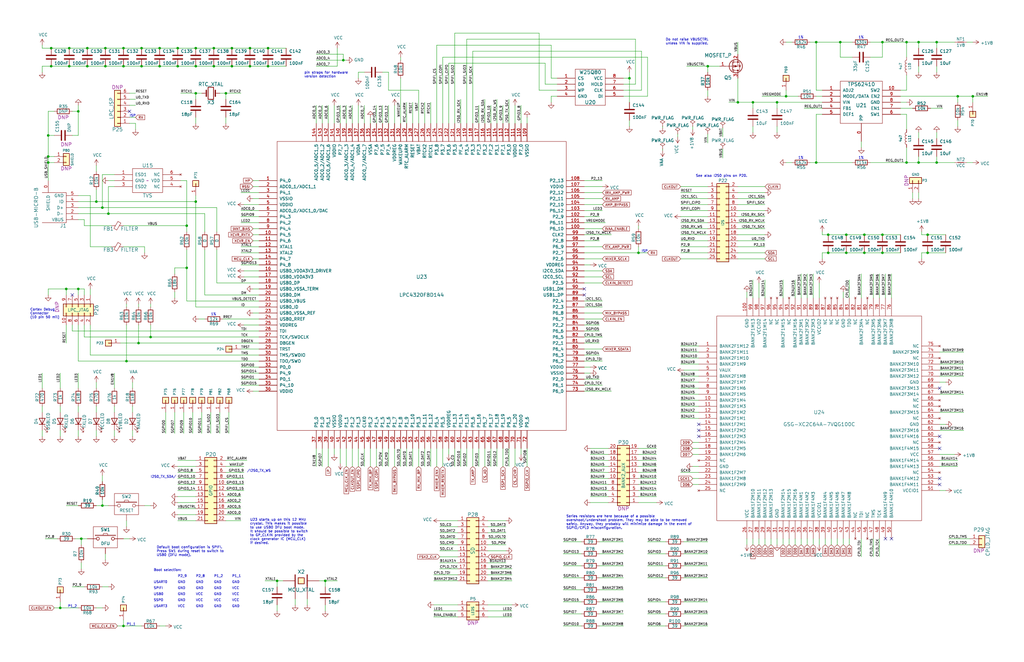
<source format=kicad_sch>
(kicad_sch (version 20211123) (generator eeschema)
  (paper "USLedger")
  (title_block (title "HackRF One") (date "2022-08-29") (rev "r9") (company "Copyright 2012-2022 Great Scott Gadgets") (comment 1 "Michael Ossmann") (comment 2 "Licensed under the CERN-OHL-P v2"))
  (junction (at 34.29 227.33))
  (junction (at 354.33 17.78))
  (junction (at 29.21 27.94))
  (junction (at 311.15 43.18))
  (junction (at 20.32 68.58))
  (junction (at 137.16 245.11))
  (junction (at 116.84 245.11))
  (junction (at 344.17 68.58))
  (junction (at 269.24 106.68))
  (junction (at 90.17 27.94))
  (junction (at 391.16 106.68))
  (junction (at 331.47 40.64))
  (junction (at 67.31 20.32))
  (junction (at 394.97 17.78))
  (junction (at 52.07 264.16))
  (junction (at 20.32 66.04))
  (junction (at 403.86 40.64))
  (junction (at 33.02 121.92))
  (junction (at 372.11 99.06))
  (junction (at 27.94 121.92))
  (junction (at 74.93 27.94))
  (junction (at 113.03 20.32))
  (junction (at 63.5 142.24))
  (junction (at 52.07 27.94))
  (junction (at 67.31 27.94))
  (junction (at 349.25 106.68))
  (junction (at 36.83 27.94))
  (junction (at 33.02 46.99))
  (junction (at 82.55 39.37))
  (junction (at 364.49 106.68))
  (junction (at 82.55 20.32))
  (junction (at 113.03 27.94))
  (junction (at 78.74 113.03))
  (junction (at 95.25 39.37))
  (junction (at 82.55 27.94))
  (junction (at 144.78 25.4))
  (junction (at 372.11 17.78))
  (junction (at 82.55 85.09))
  (junction (at 53.34 152.4))
  (junction (at 298.45 27.94))
  (junction (at 59.69 20.32))
  (junction (at 44.45 20.32))
  (junction (at 58.42 144.78))
  (junction (at 317.5 43.18))
  (junction (at 78.74 95.25))
  (junction (at 43.18 87.63))
  (junction (at 387.35 68.58))
  (junction (at 387.35 17.78))
  (junction (at 97.79 20.32))
  (junction (at 74.93 20.32))
  (junction (at 105.41 27.94))
  (junction (at 59.69 27.94))
  (junction (at 21.59 20.32))
  (junction (at 29.21 20.32))
  (junction (at 36.83 20.32))
  (junction (at 97.79 27.94))
  (junction (at 364.49 99.06))
  (junction (at 20.32 57.15))
  (junction (at 382.27 17.78))
  (junction (at 43.18 213.36))
  (junction (at 356.87 106.68))
  (junction (at 391.16 99.06))
  (junction (at 45.72 90.17))
  (junction (at 382.27 68.58))
  (junction (at 105.41 20.32))
  (junction (at 52.07 20.32))
  (junction (at 394.97 68.58))
  (junction (at 44.45 27.94))
  (junction (at 372.11 106.68))
  (junction (at 344.17 17.78))
  (junction (at 349.25 99.06))
  (junction (at 40.64 85.09))
  (junction (at 327.66 43.18))
  (junction (at 21.59 27.94))
  (junction (at 265.43 33.02))
  (junction (at 356.87 99.06))
  (junction (at 25.4 256.54))
  (junction (at 90.17 20.32))
  (junction (at 410.21 40.64))
  (no_connect (at 396.24 204.47))
  (no_connect (at 396.24 184.15))
  (no_connect (at 294.64 181.61))
  (no_connect (at 54.61 46.99))
  (no_connect (at 294.64 184.15))
  (no_connect (at 246.38 121.92))
  (no_connect (at 246.38 124.46))
  (no_connect (at 396.24 163.83))
  (no_connect (at 294.64 179.07))
  (no_connect (at 375.92 227.33))
  (no_connect (at 396.24 189.23))
  (no_connect (at 30.48 124.46))
  (no_connect (at 396.24 201.93))
  (no_connect (at 373.38 227.33))
  (wire (pts (xy 246.38 129.54) (xy 254 129.54)))
  (wire (pts (xy 265.43 33.02) (xy 265.43 43.18)))
  (wire (pts (xy 176.53 196.85) (xy 176.53 189.23)))
  (wire (pts (xy 394.97 30.48) (xy 394.97 27.94)))
  (wire (pts (xy 181.61 43.18) (xy 181.61 52.07)))
  (wire (pts (xy 382.27 17.78) (xy 382.27 24.13)))
  (wire (pts (xy 137.16 245.11) (xy 142.24 245.11)))
  (wire (pts (xy 322.58 101.6) (xy 311.15 101.6)))
  (wire (pts (xy 58.42 137.16) (xy 58.42 144.78)))
  (wire (pts (xy 382.27 68.58) (xy 382.27 62.23)))
  (wire (pts (xy 20.32 121.92) (xy 27.94 121.92)))
  (wire (pts (xy 142.24 20.32) (xy 142.24 27.94)))
  (wire (pts (xy 133.35 22.86) (xy 144.78 22.86)))
  (wire (pts (xy 340.36 125.73) (xy 340.36 115.57)))
  (wire (pts (xy 254 86.36) (xy 246.38 86.36)))
  (wire (pts (xy 368.3 125.73) (xy 368.3 115.57)))
  (wire (pts (xy 382.27 38.1) (xy 379.73 38.1)))
  (wire (pts (xy 322.58 125.73) (xy 322.58 118.11)))
  (wire (pts (xy 135.89 189.23) (xy 135.89 196.85)))
  (wire (pts (xy 78.74 113.03) (xy 78.74 127)))
  (wire (pts (xy 151.13 30.48) (xy 153.67 30.48)))
  (wire (pts (xy 201.93 189.23) (xy 201.93 196.85)))
  (wire (pts (xy 246.38 99.06) (xy 257.81 99.06)))
  (wire (pts (xy 54.61 41.91) (xy 57.15 41.91)))
  (wire (pts (xy 102.87 199.39) (xy 95.25 199.39)))
  (wire (pts (xy 179.07 189.23) (xy 179.07 196.85)))
  (wire (pts (xy 222.25 189.23) (xy 222.25 196.85)))
  (wire (pts (xy 27.94 121.92) (xy 27.94 124.46)))
  (wire (pts (xy 280.67 264.16) (xy 273.05 264.16)))
  (wire (pts (xy 199.39 189.23) (xy 199.39 196.85)))
  (wire (pts (xy 372.11 17.78) (xy 382.27 17.78)))
  (wire (pts (xy 30.48 137.16) (xy 30.48 139.7)))
  (wire (pts (xy 248.92 201.93) (xy 256.54 201.93)))
  (wire (pts (xy 354.33 24.13) (xy 359.41 24.13)))
  (wire (pts (xy 29.21 20.32) (xy 36.83 20.32)))
  (wire (pts (xy 353.06 227.33) (xy 353.06 229.87)))
  (wire (pts (xy 232.41 19.05) (xy 184.15 19.05)))
  (wire (pts (xy 185.42 237.49) (xy 193.04 237.49)))
  (wire (pts (xy 207.01 189.23) (xy 207.01 196.85)))
  (wire (pts (xy 171.45 196.85) (xy 171.45 189.23)))
  (wire (pts (xy 54.61 49.53) (xy 57.15 49.53)))
  (wire (pts (xy 379.73 40.64) (xy 403.86 40.64)))
  (wire (pts (xy 29.21 27.94) (xy 36.83 27.94)))
  (wire (pts (xy 246.38 106.68) (xy 269.24 106.68)))
  (wire (pts (xy 153.67 189.23) (xy 153.67 196.85)))
  (wire (pts (xy 109.22 99.06) (xy 106.68 99.06)))
  (wire (pts (xy 394.97 68.58) (xy 402.59 68.58)))
  (wire (pts (xy 322.58 83.82) (xy 311.15 83.82)))
  (wire (pts (xy 21.59 20.32) (xy 29.21 20.32)))
  (wire (pts (xy 269.24 106.68) (xy 273.05 106.68)))
  (wire (pts (xy 279.4 62.865) (xy 279.4 63.5)))
  (wire (pts (xy 269.24 95.25) (xy 269.24 96.52)))
  (wire (pts (xy 367.03 68.58) (xy 382.27 68.58)))
  (wire (pts (xy 354.33 17.78) (xy 354.33 24.13)))
  (wire (pts (xy 273.05 40.64) (xy 262.89 40.64)))
  (wire (pts (xy 33.02 85.09) (xy 40.64 85.09)))
  (wire (pts (xy 33.02 121.92) (xy 35.56 121.92)))
  (wire (pts (xy 307.34 43.18) (xy 311.15 43.18)))
  (wire (pts (xy 17.78 19.05) (xy 17.78 20.32)))
  (wire (pts (xy 322.58 227.33) (xy 322.58 229.87)))
  (wire (pts (xy 246.38 165.1) (xy 257.81 165.1)))
  (wire (pts (xy 85.09 182.88) (xy 85.09 173.99)))
  (wire (pts (xy 269.24 196.85) (xy 276.86 196.85)))
  (wire (pts (xy 294.64 176.53) (xy 287.02 176.53)))
  (wire (pts (xy 342.9 125.73) (xy 342.9 115.57)))
  (wire (pts (xy 246.38 93.98) (xy 255.27 93.98)))
  (wire (pts (xy 246.38 83.82) (xy 254 83.82)))
  (wire (pts (xy 287.02 163.83) (xy 294.64 163.83)))
  (wire (pts (xy 90.17 27.94) (xy 97.79 27.94)))
  (wire (pts (xy 246.38 139.7) (xy 252.73 139.7)))
  (wire (pts (xy 410.21 40.64) (xy 416.56 40.64)))
  (wire (pts (xy 153.67 44.45) (xy 153.67 52.07)))
  (wire (pts (xy 82.55 217.17) (xy 74.93 217.17)))
  (wire (pts (xy 288.29 243.84) (xy 298.45 243.84)))
  (wire (pts (xy 248.92 191.77) (xy 256.54 191.77)))
  (wire (pts (xy 20.32 57.15) (xy 22.86 57.15)))
  (wire (pts (xy 82.55 199.39) (xy 74.93 199.39)))
  (wire (pts (xy 331.47 40.64) (xy 336.55 40.64)))
  (wire (pts (xy 367.03 24.13) (xy 372.11 24.13)))
  (wire (pts (xy 38.1 121.92) (xy 38.1 124.46)))
  (wire (pts (xy 58.42 144.78) (xy 109.22 144.78)))
  (wire (pts (xy 280.67 243.84) (xy 273.05 243.84)))
  (wire (pts (xy 43.18 213.36) (xy 43.18 210.82)))
  (wire (pts (xy 33.02 213.36) (xy 27.94 213.36)))
  (wire (pts (xy 205.74 242.57) (xy 215.9 242.57)))
  (wire (pts (xy 334.01 68.58) (xy 331.47 68.58)))
  (wire (pts (xy 55.88 161.29) (xy 55.88 163.83)))
  (wire (pts (xy 227.33 38.1) (xy 234.95 38.1)))
  (wire (pts (xy 151.13 44.45) (xy 151.13 52.07)))
  (wire (pts (xy 45.72 247.65) (xy 43.18 247.65)))
  (wire (pts (xy 245.11 243.84) (xy 237.49 243.84)))
  (wire (pts (xy 48.26 157.48) (xy 48.26 163.83)))
  (wire (pts (xy 252.73 238.76) (xy 262.89 238.76)))
  (wire (pts (xy 311.15 86.36) (xy 322.58 86.36)))
  (wire (pts (xy 394.97 17.78) (xy 402.59 17.78)))
  (wire (pts (xy 292.1 53.34) (xy 292.1 54.61)))
  (wire (pts (xy 82.55 27.94) (xy 90.17 27.94)))
  (wire (pts (xy 246.38 96.52) (xy 254 96.52)))
  (wire (pts (xy 33.02 171.45) (xy 33.02 173.99)))
  (wire (pts (xy 407.67 17.78) (xy 410.21 17.78)))
  (wire (pts (xy 74.93 194.31) (xy 82.55 194.31)))
  (wire (pts (xy 245.11 248.92) (xy 237.49 248.92)))
  (wire (pts (xy 43.18 256.54) (xy 40.64 256.54)))
  (wire (pts (xy 90.17 20.32) (xy 97.79 20.32)))
  (wire (pts (xy 288.29 259.08) (xy 298.45 259.08)))
  (wire (pts (xy 214.63 189.23) (xy 214.63 196.85)))
  (wire (pts (xy 331.47 38.1) (xy 331.47 40.64)))
  (wire (pts (xy 81.28 182.88) (xy 81.28 173.99)))
  (wire (pts (xy 382.27 43.18) (xy 379.73 43.18)))
  (wire (pts (xy 408.94 229.87) (xy 400.05 229.87)))
  (wire (pts (xy 280.67 228.6) (xy 273.05 228.6)))
  (wire (pts (xy 256.54 199.39) (xy 248.92 199.39)))
  (wire (pts (xy 384.81 45.72) (xy 379.73 45.72)))
  (wire (pts (xy 49.53 264.16) (xy 52.07 264.16)))
  (wire (pts (xy 287.02 173.99) (xy 294.64 173.99)))
  (wire (pts (xy 63.5 142.24) (xy 109.22 142.24)))
  (wire (pts (xy 102.87 114.3) (xy 109.22 114.3)))
  (wire (pts (xy 60.96 213.36) (xy 63.5 213.36)))
  (wire (pts (xy 73.66 113.03) (xy 73.66 115.57)))
  (wire (pts (xy 246.38 132.08) (xy 254 132.08)))
  (wire (pts (xy 82.55 209.55) (xy 74.93 209.55)))
  (wire (pts (xy 181.61 189.23) (xy 181.61 196.85)))
  (wire (pts (xy 156.21 189.23) (xy 156.21 196.85)))
  (wire (pts (xy 95.25 52.07) (xy 95.25 49.53)))
  (wire (pts (xy 78.74 76.2) (xy 78.74 95.25)))
  (wire (pts (xy 252.73 254) (xy 262.89 254)))
  (wire (pts (xy 349.25 106.68) (xy 356.87 106.68)))
  (wire (pts (xy 396.24 179.07) (xy 398.78 179.07)))
  (wire (pts (xy 367.03 17.78) (xy 372.11 17.78)))
  (wire (pts (xy 288.29 264.16) (xy 298.45 264.16)))
  (wire (pts (xy 22.86 256.54) (xy 25.4 256.54)))
  (wire (pts (xy 252.73 233.68) (xy 262.89 233.68)))
  (wire (pts (xy 387.35 17.78) (xy 387.35 20.32)))
  (wire (pts (xy 30.48 46.99) (xy 33.02 46.99)))
  (wire (pts (xy 322.58 81.28) (xy 311.15 81.28)))
  (wire (pts (xy 327.66 43.18) (xy 346.71 43.18)))
  (wire (pts (xy 138.43 52.07) (xy 138.43 44.45)))
  (wire (pts (xy 396.24 148.59) (xy 406.4 148.59)))
  (wire (pts (xy 276.86 209.55) (xy 269.24 209.55)))
  (wire (pts (xy 185.42 219.71) (xy 193.04 219.71)))
  (wire (pts (xy 138.43 196.85) (xy 138.43 189.23)))
  (wire (pts (xy 212.09 52.07) (xy 212.09 44.45)))
  (wire (pts (xy 280.67 233.68) (xy 273.05 233.68)))
  (wire (pts (xy 294.64 158.75) (xy 287.02 158.75)))
  (wire (pts (xy 317.5 227.33) (xy 317.5 229.87)))
  (wire (pts (xy 143.51 52.07) (xy 143.51 44.45)))
  (wire (pts (xy 78.74 105.41) (xy 78.74 113.03)))
  (wire (pts (xy 176.53 38.1) (xy 176.53 52.07)))
  (wire (pts (xy 248.92 207.01) (xy 256.54 207.01)))
  (wire (pts (xy 109.22 78.74) (xy 106.68 78.74)))
  (wire (pts (xy 317.5 43.18) (xy 327.66 43.18)))
  (wire (pts (xy 82.55 20.32) (xy 90.17 20.32)))
  (wire (pts (xy 294.64 171.45) (xy 287.02 171.45)))
  (wire (pts (xy 140.97 191.77) (xy 140.97 189.23)))
  (wire (pts (xy 101.6 111.76) (xy 109.22 111.76)))
  (wire (pts (xy 137.16 247.65) (xy 137.16 245.11)))
  (wire (pts (xy 96.52 182.88) (xy 96.52 173.99)))
  (wire (pts (xy 20.32 66.04) (xy 20.32 68.58)))
  (wire (pts (xy 74.93 201.93) (xy 82.55 201.93)))
  (wire (pts (xy 205.74 229.87) (xy 213.36 229.87)))
  (wire (pts (xy 163.83 30.48) (xy 163.83 38.1)))
  (wire (pts (xy 344.17 40.64) (xy 346.71 40.64)))
  (wire (pts (xy 288.29 156.21) (xy 294.64 156.21)))
  (wire (pts (xy 215.9 260.35) (xy 205.74 260.35)))
  (wire (pts (xy 358.14 227.33) (xy 358.14 229.87)))
  (wire (pts (xy 254 127) (xy 246.38 127)))
  (wire (pts (xy 109.22 162.56) (xy 101.6 162.56)))
  (wire (pts (xy 133.35 27.94) (xy 142.24 27.94)))
  (wire (pts (xy 17.78 181.61) (xy 17.78 184.15)))
  (wire (pts (xy 327.66 43.18) (xy 327.66 45.72)))
  (wire (pts (xy 287.02 91.44) (xy 298.45 91.44)))
  (wire (pts (xy 163.83 52.07) (xy 163.83 44.45)))
  (wire (pts (xy 273.05 238.76) (xy 280.67 238.76)))
  (wire (pts (xy 287.02 106.68) (xy 298.45 106.68)))
  (wire (pts (xy 322.58 106.68) (xy 311.15 106.68)))
  (wire (pts (xy 43.18 213.36) (xy 45.72 213.36)))
  (wire (pts (xy 347.98 227.33) (xy 347.98 229.87)))
  (wire (pts (xy 20.32 121.92) (xy 20.32 124.46)))
  (wire (pts (xy 396.24 173.99) (xy 406.4 173.99)))
  (wire (pts (xy 215.9 245.11) (xy 205.74 245.11)))
  (wire (pts (xy 60.96 104.14) (xy 60.96 106.68)))
  (wire (pts (xy 246.38 101.6) (xy 252.73 101.6)))
  (wire (pts (xy 168.91 24.13) (xy 168.91 25.4)))
  (wire (pts (xy 294.64 151.13) (xy 287.02 151.13)))
  (wire (pts (xy 73.66 125.73) (xy 73.66 123.19)))
  (wire (pts (xy 82.55 39.37) (xy 85.09 39.37)))
  (wire (pts (xy 254 76.2) (xy 246.38 76.2)))
  (wire (pts (xy 245.11 259.08) (xy 237.49 259.08)))
  (wire (pts (xy 314.96 125.73) (xy 314.96 123.19)))
  (wire (pts (xy 101.6 88.9) (xy 109.22 88.9)))
  (wire (pts (xy 334.01 17.78) (xy 331.47 17.78)))
  (wire (pts (xy 166.37 44.45) (xy 166.37 52.07)))
  (wire (pts (xy 384.81 83.82) (xy 384.81 81.28)))
  (wire (pts (xy 294.64 186.69) (xy 292.1 186.69)))
  (wire (pts (xy 25.4 181.61) (xy 25.4 184.15)))
  (wire (pts (xy 246.38 142.24) (xy 254 142.24)))
  (wire (pts (xy 95.25 209.55) (xy 101.6 209.55)))
  (wire (pts (xy 20.32 66.04) (xy 22.86 66.04)))
  (wire (pts (xy 33.02 152.4) (xy 33.02 137.16)))
  (wire (pts (xy 21.59 27.94) (xy 29.21 27.94)))
  (wire (pts (xy 182.88 242.57) (xy 193.04 242.57)))
  (wire (pts (xy 298.45 27.94) (xy 303.53 27.94)))
  (wire (pts (xy 311.15 22.86) (xy 311.15 17.78)))
  (wire (pts (xy 246.38 88.9) (xy 254 88.9)))
  (wire (pts (xy 63.5 137.16) (xy 63.5 142.24)))
  (wire (pts (xy 34.29 227.33) (xy 36.83 227.33)))
  (wire (pts (xy 45.72 78.74) (xy 45.72 90.17)))
  (wire (pts (xy 287.02 83.82) (xy 298.45 83.82)))
  (wire (pts (xy 40.64 80.01) (xy 40.64 85.09)))
  (wire (pts (xy 398.78 207.01) (xy 396.24 207.01)))
  (wire (pts (xy 113.03 27.94) (xy 120.65 27.94)))
  (wire (pts (xy 314.96 229.87) (xy 314.96 227.33)))
  (wire (pts (xy 54.61 44.45) (xy 57.15 44.45)))
  (wire (pts (xy 394.97 68.58) (xy 394.97 66.04)))
  (wire (pts (xy 248.92 154.94) (xy 246.38 154.94)))
  (wire (pts (xy 191.77 13.97) (xy 191.77 52.07)))
  (wire (pts (xy 95.25 207.01) (xy 102.87 207.01)))
  (wire (pts (xy 388.62 106.68) (xy 388.62 109.22)))
  (wire (pts (xy 382.27 68.58) (xy 387.35 68.58)))
  (wire (pts (xy 403.86 40.64) (xy 410.21 40.64)))
  (wire (pts (xy 40.64 163.83) (xy 40.64 161.29)))
  (wire (pts (xy 322.58 91.44) (xy 311.15 91.44)))
  (wire (pts (xy 40.64 85.09) (xy 82.55 85.09)))
  (wire (pts (xy 102.87 116.84) (xy 109.22 116.84)))
  (wire (pts (xy 294.64 204.47) (xy 292.1 204.47)))
  (wire (pts (xy 209.55 189.23) (xy 209.55 196.85)))
  (wire (pts (xy 44.45 236.22) (xy 44.45 233.68)))
  (wire (pts (xy 387.35 83.82) (xy 387.35 81.28)))
  (wire (pts (xy 35.56 121.92) (xy 35.56 124.46)))
  (wire (pts (xy 20.32 68.58) (xy 20.32 76.2)))
  (wire (pts (xy 74.93 20.32) (xy 82.55 20.32)))
  (wire (pts (xy 34.29 229.87) (xy 34.29 227.33)))
  (wire (pts (xy 52.07 264.16) (xy 59.69 264.16)))
  (wire (pts (xy 95.25 214.63) (xy 101.6 214.63)))
  (wire (pts (xy 116.84 257.81) (xy 116.84 255.27)))
  (wire (pts (xy 194.31 189.23) (xy 194.31 196.85)))
  (wire (pts (xy 158.75 189.23) (xy 158.75 196.85)))
  (wire (pts (xy 344.17 48.26) (xy 346.71 48.26)))
  (wire (pts (xy 196.85 189.23) (xy 196.85 196.85)))
  (wire (pts (xy 133.35 25.4) (xy 144.78 25.4)))
  (wire (pts (xy 363.22 115.57) (xy 363.22 125.73)))
  (wire (pts (xy 109.22 149.86) (xy 38.1 149.86)))
  (wire (pts (xy 322.58 88.9) (xy 311.15 88.9)))
  (wire (pts (xy 304.8 57.785) (xy 304.8 53.975)))
  (wire (pts (xy 36.83 20.32) (xy 44.45 20.32)))
  (wire (pts (xy 396.24 158.75) (xy 406.4 158.75)))
  (wire (pts (xy 52.07 261.62) (xy 52.07 264.16)))
  (wire (pts (xy 31.75 227.33) (xy 34.29 227.33)))
  (wire (pts (xy 387.35 30.48) (xy 387.35 27.94)))
  (wire (pts (xy 69.85 182.88) (xy 69.85 173.99)))
  (wire (pts (xy 217.17 189.23) (xy 217.17 196.85)))
  (wire (pts (xy 248.92 111.76) (xy 246.38 111.76)))
  (wire (pts (xy 364.49 99.06) (xy 372.11 99.06)))
  (wire (pts (xy 280.67 254) (xy 273.05 254)))
  (wire (pts (xy 285.75 56.515) (xy 285.75 57.785)))
  (wire (pts (xy 186.69 24.13) (xy 186.69 52.07)))
  (wire (pts (xy 213.36 237.49) (xy 205.74 237.49)))
  (wire (pts (xy 294.64 166.37) (xy 287.02 166.37)))
  (wire (pts (xy 35.56 137.16) (xy 35.56 142.24)))
  (wire (pts (xy 205.74 227.33) (xy 213.36 227.33)))
  (wire (pts (xy 91.44 87.63) (xy 91.44 97.79)))
  (wire (pts (xy 341.63 17.78) (xy 344.17 17.78)))
  (wire (pts (xy 33.02 157.48) (xy 33.02 163.83)))
  (wire (pts (xy 273.05 24.13) (xy 273.05 40.64)))
  (wire (pts (xy 252.73 259.08) (xy 262.89 259.08)))
  (wire (pts (xy 95.25 39.37) (xy 95.25 41.91)))
  (wire (pts (xy 317.5 43.18) (xy 317.5 45.72)))
  (wire (pts (xy 193.04 232.41) (xy 185.42 232.41)))
  (wire (pts (xy 246.38 160.02) (xy 252.73 160.02)))
  (wire (pts (xy 364.49 106.68) (xy 372.11 106.68)))
  (wire (pts (xy 363.22 62.23) (xy 363.22 59.69)))
  (wire (pts (xy 344.17 17.78) (xy 354.33 17.78)))
  (wire (pts (xy 407.67 68.58) (xy 410.21 68.58)))
  (wire (pts (xy 116.84 247.65) (xy 116.84 245.11)))
  (wire (pts (xy 193.04 234.95) (xy 185.42 234.95)))
  (wire (pts (xy 74.93 207.01) (xy 82.55 207.01)))
  (wire (pts (xy 102.87 137.16) (xy 109.22 137.16)))
  (wire (pts (xy 356.87 106.68) (xy 364.49 106.68)))
  (wire (pts (xy 245.11 238.76) (xy 237.49 238.76)))
  (wire (pts (xy 148.59 189.23) (xy 148.59 196.85)))
  (wire (pts (xy 43.18 200.66) (xy 43.18 203.2)))
  (wire (pts (xy 30.48 139.7) (xy 109.22 139.7)))
  (wire (pts (xy 189.23 191.77) (xy 189.23 189.23)))
  (wire (pts (xy 391.16 99.06) (xy 398.78 99.06)))
  (wire (pts (xy 34.29 240.03) (xy 34.29 237.49)))
  (wire (pts (xy 151.13 33.02) (xy 151.13 30.48)))
  (wire (pts (xy 102.87 86.36) (xy 109.22 86.36)))
  (wire (pts (xy 25.4 157.48) (xy 25.4 163.83)))
  (wire (pts (xy 82.55 39.37) (xy 82.55 41.91)))
  (wire (pts (xy 320.04 125.73) (xy 320.04 119.38)))
  (wire (pts (xy 287.02 109.22) (xy 298.45 109.22)))
  (wire (pts (xy 67.31 27.94) (xy 74.93 27.94)))
  (wire (pts (xy 246.38 144.78) (xy 252.73 144.78)))
  (wire (pts (xy 232.41 43.18) (xy 232.41 40.64)))
  (wire (pts (xy 33.02 152.4) (xy 53.34 152.4)))
  (wire (pts (xy 17.78 20.32) (xy 21.59 20.32)))
  (wire (pts (xy 78.74 113.03) (xy 73.66 113.03)))
  (wire (pts (xy 156.21 49.53) (xy 156.21 52.07)))
  (wire (pts (xy 254 116.84) (xy 246.38 116.84)))
  (wire (pts (xy 82.55 129.54) (xy 109.22 129.54)))
  (wire (pts (xy 396.24 194.31) (xy 403.86 194.31)))
  (wire (pts (xy 106.68 76.2) (xy 109.22 76.2)))
  (wire (pts (xy 254 78.74) (xy 246.38 78.74)))
  (wire (pts (xy 193.04 222.25) (xy 185.42 222.25)))
  (wire (pts (xy 24.13 227.33) (xy 19.05 227.33)))
  (wire (pts (xy 101.6 219.71) (xy 95.25 219.71)))
  (wire (pts (xy 95.25 212.09) (xy 101.6 212.09)))
  (wire (pts (xy 193.04 229.87) (xy 185.42 229.87)))
  (wire (pts (xy 287.02 88.9) (xy 298.45 88.9)))
  (wire (pts (xy 388.62 106.68) (xy 391.16 106.68)))
  (wire (pts (xy 91.44 105.41) (xy 91.44 119.38)))
  (wire (pts (xy 335.28 125.73) (xy 335.28 118.11)))
  (wire (pts (xy 287.02 199.39) (xy 294.64 199.39)))
  (wire (pts (xy 370.84 227.33) (xy 370.84 234.95)))
  (wire (pts (xy 59.69 27.94) (xy 67.31 27.94)))
  (wire (pts (xy 276.86 199.39) (xy 269.24 199.39)))
  (wire (pts (xy 102.87 196.85) (xy 95.25 196.85)))
  (wire (pts (xy 387.35 68.58) (xy 394.97 68.58)))
  (wire (pts (xy 335.28 227.33) (xy 335.28 229.87)))
  (wire (pts (xy 311.15 33.02) (xy 311.15 43.18)))
  (wire (pts (xy 40.64 171.45) (xy 40.64 173.99)))
  (wire (pts (xy 254 81.28) (xy 246.38 81.28)))
  (wire (pts (xy 349.25 99.06) (xy 356.87 99.06)))
  (wire (pts (xy 55.88 181.61) (xy 55.88 184.15)))
  (wire (pts (xy 403.86 43.18) (xy 403.86 40.64)))
  (wire (pts (xy 209.55 52.07) (xy 209.55 41.91)))
  (wire (pts (xy 372.11 99.06) (xy 379.73 99.06)))
  (wire (pts (xy 245.11 233.68) (xy 237.49 233.68)))
  (wire (pts (xy 182.88 255.27) (xy 193.04 255.27)))
  (wire (pts (xy 204.47 196.85) (xy 204.47 189.23)))
  (wire (pts (xy 294.64 196.85) (xy 292.1 196.85)))
  (wire (pts (xy 109.22 93.98) (xy 101.6 93.98)))
  (wire (pts (xy 337.82 125.73) (xy 337.82 115.57)))
  (wire (pts (xy 161.29 52.07) (xy 161.29 44.45)))
  (wire (pts (xy 246.38 149.86) (xy 252.73 149.86)))
  (wire (pts (xy 232.41 40.64) (xy 234.95 40.64)))
  (wire (pts (xy 35.56 95.25) (xy 35.56 92.71)))
  (wire (pts (xy 330.2 125.73) (xy 330.2 118.11)))
  (wire (pts (xy 375.92 115.57) (xy 375.92 125.73)))
  (wire (pts (xy 287.02 101.6) (xy 298.45 101.6)))
  (wire (pts (xy 53.34 128.27) (xy 53.34 129.54)))
  (wire (pts (xy 17.78 163.83) (xy 17.78 157.48)))
  (wire (pts (xy 207.01 52.07) (xy 207.01 44.45)))
  (wire (pts (xy 205.74 224.79) (xy 213.36 224.79)))
  (wire (pts (xy 298.45 96.52) (xy 287.02 96.52)))
  (wire (pts (xy 276.86 191.77) (xy 269.24 191.77)))
  (wire (pts (xy 372.11 24.13) (xy 372.11 17.78)))
  (wire (pts (xy 193.04 227.33) (xy 185.42 227.33)))
  (wire (pts (xy 396.24 153.67) (xy 406.4 153.67)))
  (wire (pts (xy 25.4 171.45) (xy 25.4 173.99)))
  (wire (pts (xy 215.9 240.03) (xy 205.74 240.03)))
  (wire (pts (xy 143.51 195.58) (xy 143.51 189.23)))
  (wire (pts (xy 322.58 78.74) (xy 311.15 78.74)))
  (wire (pts (xy 17.78 171.45) (xy 17.78 173.99)))
  (wire (pts (xy 86.36 105.41) (xy 86.36 124.46)))
  (wire (pts (xy 363.22 227.33) (xy 363.22 234.95)))
  (wire (pts (xy 245.11 254) (xy 237.49 254)))
  (wire (pts (xy 219.71 52.07) (xy 219.71 44.45)))
  (wire (pts (xy 346.71 38.1) (xy 344.17 38.1)))
  (wire (pts (xy 317.5 125.73) (xy 317.5 118.11)))
  (wire (pts (xy 267.97 16.51) (xy 267.97 35.56)))
  (wire (pts (xy 33.02 90.17) (xy 45.72 90.17)))
  (wire (pts (xy 256.54 194.31) (xy 248.92 194.31)))
  (wire (pts (xy 92.71 182.88) (xy 92.71 173.99)))
  (wire (pts (xy 104.14 194.31) (xy 95.25 194.31)))
  (wire (pts (xy 256.54 209.55) (xy 248.92 209.55)))
  (wire (pts (xy 248.92 212.09) (xy 256.54 212.09)))
  (wire (pts (xy 252.73 264.16) (xy 262.89 264.16)))
  (wire (pts (xy 354.33 17.78) (xy 359.41 17.78)))
  (wire (pts (xy 267.97 35.56) (xy 262.89 35.56)))
  (wire (pts (xy 106.68 96.52) (xy 109.22 96.52)))
  (wire (pts (xy 93.98 134.62) (xy 109.22 134.62)))
  (wire (pts (xy 67.31 20.32) (xy 74.93 20.32)))
  (wire (pts (xy 344.17 68.58) (xy 359.41 68.58)))
  (wire (pts (xy 287.02 99.06) (xy 298.45 99.06)))
  (wire (pts (xy 109.22 106.68) (xy 101.6 106.68)))
  (wire (pts (xy 262.89 33.02) (xy 265.43 33.02)))
  (wire (pts (xy 270.51 21.59) (xy 270.51 38.1)))
  (wire (pts (xy 265.43 53.34) (xy 265.43 50.8)))
  (wire (pts (xy 344.17 68.58) (xy 344.17 48.26)))
  (wire (pts (xy 20.32 57.15) (xy 20.32 66.04)))
  (wire (pts (xy 229.87 35.56) (xy 234.95 35.56)))
  (wire (pts (xy 40.64 181.61) (xy 40.64 184.15)))
  (wire (pts (xy 287.02 168.91) (xy 294.64 168.91)))
  (wire (pts (xy 88.9 182.88) (xy 88.9 173.99)))
  (wire (pts (xy 322.58 99.06) (xy 311.15 99.06)))
  (wire (pts (xy 256.54 189.23) (xy 248.92 189.23)))
  (wire (pts (xy 246.38 162.56) (xy 254 162.56)))
  (wire (pts (xy 396.24 156.21) (xy 406.4 156.21)))
  (wire (pts (xy 106.68 83.82) (xy 109.22 83.82)))
  (wire (pts (xy 168.91 33.02) (xy 168.91 52.07)))
  (wire (pts (xy 254 147.32) (xy 246.38 147.32)))
  (wire (pts (xy 146.05 189.23) (xy 146.05 196.85)))
  (wire (pts (xy 339.09 45.72) (xy 346.71 45.72)))
  (wire (pts (xy 109.22 101.6) (xy 106.68 101.6)))
  (wire (pts (xy 294.64 191.77) (xy 292.1 191.77)))
  (wire (pts (xy 52.07 227.33) (xy 54.61 227.33)))
  (wire (pts (xy 394.97 17.78) (xy 394.97 20.32)))
  (wire (pts (xy 109.22 109.22) (xy 106.68 109.22)))
  (wire (pts (xy 36.83 27.94) (xy 44.45 27.94)))
  (wire (pts (xy 48.26 78.74) (xy 45.72 78.74)))
  (wire (pts (xy 50.8 144.78) (xy 58.42 144.78)))
  (wire (pts (xy 265.43 30.48) (xy 265.43 33.02)))
  (wire (pts (xy 321.31 40.64) (xy 331.47 40.64)))
  (wire (pts (xy 73.66 182.88) (xy 73.66 173.99)))
  (wire (pts (xy 288.29 228.6) (xy 298.45 228.6)))
  (wire (pts (xy 304.8 66.675) (xy 304.8 62.865)))
  (wire (pts (xy 410.21 40.64) (xy 410.21 43.18)))
  (wire (pts (xy 396.24 161.29) (xy 398.78 161.29)))
  (wire (pts (xy 246.38 91.44) (xy 252.73 91.44)))
  (wire (pts (xy 105.41 27.94) (xy 113.03 27.94)))
  (wire (pts (xy 105.41 20.32) (xy 113.03 20.32)))
  (wire (pts (xy 137.16 257.81) (xy 137.16 255.27)))
  (wire (pts (xy 287.02 104.14) (xy 298.45 104.14)))
  (wire (pts (xy 373.38 125.73) (xy 373.38 115.57)))
  (wire (pts (xy 391.16 106.68) (xy 398.78 106.68)))
  (wire (pts (xy 179.07 52.07) (xy 179.07 43.18)))
  (wire (pts (xy 102.87 204.47) (xy 95.25 204.47)))
  (wire (pts (xy 294.64 146.05) (xy 287.02 146.05)))
  (wire (pts (xy 109.22 81.28) (xy 101.6 81.28)))
  (wire (pts (xy 135.89 44.45) (xy 135.89 52.07)))
  (wire (pts (xy 368.3 227.33) (xy 368.3 234.95)))
  (wire (pts (xy 358.14 125.73) (xy 358.14 118.11)))
  (wire (pts (xy 53.34 219.71) (xy 53.34 222.25)))
  (wire (pts (xy 109.22 154.94) (xy 101.6 154.94)))
  (wire (pts (xy 396.24 196.85) (xy 403.86 196.85)))
  (wire (pts (xy 248.92 157.48) (xy 246.38 157.48)))
  (wire (pts (xy 322.58 104.14) (xy 311.15 104.14)))
  (wire (pts (xy 76.2 39.37) (xy 82.55 39.37)))
  (wire (pts (xy 151.13 196.85) (xy 151.13 189.23)))
  (wire (pts (xy 408.94 227.33) (xy 400.05 227.33)))
  (wire (pts (xy 144.78 22.86) (xy 144.78 25.4)))
  (wire (pts (xy 196.85 16.51) (xy 267.97 16.51)))
  (wire (pts (xy 227.33 13.97) (xy 227.33 38.1)))
  (wire (pts (xy 191.77 189.23) (xy 191.77 196.85)))
  (wire (pts (xy 53.34 152.4) (xy 109.22 152.4)))
  (wire (pts (xy 270.51 38.1) (xy 262.89 38.1)))
  (wire (pts (xy 27.94 137.16) (xy 27.94 144.78)))
  (wire (pts (xy 53.34 137.16) (xy 53.34 152.4)))
  (wire (pts (xy 327.66 229.87) (xy 327.66 227.33)))
  (wire (pts (xy 289.56 27.94) (xy 298.45 27.94)))
  (wire (pts (xy 33.02 87.63) (xy 43.18 87.63)))
  (wire (pts (xy 330.2 227.33) (xy 330.2 229.87)))
  (wire (pts (xy 78.74 127) (xy 109.22 127)))
  (wire (pts (xy 196.85 52.07) (xy 196.85 16.51)))
  (wire (pts (xy 25.4 254) (xy 25.4 256.54)))
  (wire (pts (xy 146.05 44.45) (xy 146.05 52.07)))
  (wire (pts (xy 325.12 227.33) (xy 325.12 229.87)))
  (wire (pts (xy 193.04 240.03) (xy 185.42 240.03)))
  (wire (pts (xy 43.18 73.66) (xy 48.26 73.66)))
  (wire (pts (xy 298.45 86.36) (xy 287.02 86.36)))
  (wire (pts (xy 97.79 27.94) (xy 105.41 27.94)))
  (wire (pts (xy 182.88 245.11) (xy 193.04 245.11)))
  (wire (pts (xy 245.11 228.6) (xy 237.49 228.6)))
  (wire (pts (xy 370.84 115.57) (xy 370.84 125.73)))
  (wire (pts (xy 287.02 148.59) (xy 294.64 148.59)))
  (wire (pts (xy 133.35 189.23) (xy 133.35 196.85)))
  (wire (pts (xy 67.31 264.16) (xy 69.85 264.16)))
  (wire (pts (xy 346.71 97.79) (xy 346.71 99.06)))
  (wire (pts (xy 86.36 90.17) (xy 86.36 97.79)))
  (wire (pts (xy 134.62 245.11) (xy 137.16 245.11)))
  (wire (pts (xy 217.17 44.45) (xy 217.17 52.07)))
  (wire (pts (xy 52.07 104.14) (xy 60.96 104.14)))
  (wire (pts (xy 163.83 189.23) (xy 163.83 196.85)))
  (wire (pts (xy 246.38 152.4) (xy 254 152.4)))
  (wire (pts (xy 106.68 121.92) (xy 109.22 121.92)))
  (wire (pts (xy 101.6 104.14) (xy 109.22 104.14)))
  (wire (pts (xy 342.9 227.33) (xy 342.9 229.87)))
  (wire (pts (xy 219.71 191.77) (xy 219.71 189.23)))
  (wire (pts (xy 161.29 189.23) (xy 161.29 196.85)))
  (wire (pts (xy 248.92 196.85) (xy 256.54 196.85)))
  (wire (pts (xy 48.26 171.45) (xy 48.26 173.99)))
  (wire (pts (xy 252.73 228.6) (xy 262.89 228.6)))
  (wire (pts (xy 234.95 33.02) (xy 232.41 33.02)))
  (wire (pts (xy 109.22 157.48) (xy 101.6 157.48)))
  (wire (pts (xy 20.32 46.99) (xy 20.32 57.15)))
  (wire (pts (xy 320.04 227.33) (xy 320.04 229.87)))
  (wire (pts (xy 269.24 207.01) (xy 276.86 207.01)))
  (wire (pts (xy 82.55 214.63) (xy 74.93 214.63)))
  (wire (pts (xy 45.72 76.2) (xy 48.26 76.2)))
  (wire (pts (xy 43.18 87.63) (xy 91.44 87.63)))
  (wire (pts (xy 346.71 99.06) (xy 349.25 99.06)))
  (wire (pts (xy 44.45 20.32) (xy 52.07 20.32)))
  (wire (pts (xy 54.61 39.37) (xy 57.15 39.37)))
  (wire (pts (xy 82.55 212.09) (xy 74.93 212.09)))
  (wire (pts (xy 82.55 85.09) (xy 82.55 129.54)))
  (wire (pts (xy 276.86 212.09) (xy 269.24 212.09)))
  (wire (pts (xy 294.64 189.23) (xy 292.1 189.23)))
  (wire (pts (xy 166.37 189.23) (xy 166.37 196.85)))
  (wire (pts (xy 212.09 189.23) (xy 212.09 196.85)))
  (wire (pts (xy 140.97 44.45) (xy 140.97 52.07)))
  (wire (pts (xy 48.26 181.61) (xy 48.26 184.15)))
  (wire (pts (xy 182.88 260.35) (xy 193.04 260.35)))
  (wire (pts (xy 246.38 109.22) (xy 254 109.22)))
  (wire (pts (xy 95.25 39.37) (xy 101.6 39.37)))
  (wire (pts (xy 287.02 81.28) (xy 298.45 81.28)))
  (wire (pts (xy 279.4 53.34) (xy 279.4 53.975)))
  (wire (pts (xy 33.02 46.99) (xy 33.02 57.15)))
  (wire (pts (xy 294.64 161.29) (xy 287.02 161.29)))
  (wire (pts (xy 346.71 106.68) (xy 346.71 109.22)))
  (wire (pts (xy 298.45 27.94) (xy 298.45 30.48)))
  (wire (pts (xy 33.02 181.61) (xy 33.02 184.15)))
  (wire (pts (xy 35.56 95.25) (xy 46.99 95.25)))
  (wire (pts (xy 222.25 49.53) (xy 222.25 52.07)))
  (wire (pts (xy 341.63 68.58) (xy 344.17 68.58)))
  (wire (pts (xy 344.17 38.1) (xy 344.17 17.78)))
  (wire (pts (xy 394.97 55.88) (xy 394.97 58.42)))
  (wire (pts (xy 396.24 181.61) (xy 406.4 181.61)))
  (wire (pts (xy 327.66 53.34) (xy 327.66 55.88)))
  (wire (pts (xy 59.69 20.32) (xy 67.31 20.32)))
  (wire (pts (xy 92.71 39.37) (xy 95.25 39.37)))
  (wire (pts (xy 193.04 224.79) (xy 185.42 224.79)))
  (wire (pts (xy 76.2 76.2) (xy 78.74 76.2)))
  (wire (pts (xy 33.02 57.15) (xy 30.48 57.15)))
  (wire (pts (xy 205.74 222.25) (xy 213.36 222.25)))
  (wire (pts (xy 387.35 55.88) (xy 387.35 58.42)))
  (wire (pts (xy 215.9 255.27) (xy 205.74 255.27)))
  (wire (pts (xy 345.44 229.87) (xy 345.44 227.33)))
  (wire (pts (xy 252.73 137.16) (xy 246.38 137.16)))
  (wire (pts (xy 229.87 26.67) (xy 229.87 35.56)))
  (wire (pts (xy 387.35 68.58) (xy 387.35 66.04)))
  (wire (pts (xy 113.03 20.32) (xy 120.65 20.32)))
  (wire (pts (xy 252.73 248.92) (xy 262.89 248.92)))
  (wire (pts (xy 173.99 189.23) (xy 173.99 196.85)))
  (wire (pts (xy 382.27 17.78) (xy 387.35 17.78)))
  (wire (pts (xy 129.54 255.27) (xy 129.54 252.73)))
  (wire (pts (xy 33.02 121.92) (xy 33.02 124.46)))
  (wire (pts (xy 173.99 43.18) (xy 173.99 52.07)))
  (wire (pts (xy 184.15 189.23) (xy 184.15 196.85)))
  (wire (pts (xy 403.86 53.34) (xy 403.86 50.8)))
  (wire (pts (xy 276.86 189.23) (xy 269.24 189.23)))
  (wire (pts (xy 288.29 254) (xy 298.45 254)))
  (wire (pts (xy 86.36 124.46) (xy 109.22 124.46)))
  (wire (pts (xy 287.02 93.98) (xy 298.45 93.98)))
  (wire (pts (xy 57.15 52.07) (xy 54.61 52.07)))
  (wire (pts (xy 109.22 147.32) (xy 101.6 147.32)))
  (wire (pts (xy 52.07 95.25) (xy 78.74 95.25)))
  (wire (pts (xy 204.47 52.07) (xy 204.47 41.91)))
  (wire (pts (xy 124.46 255.27) (xy 124.46 252.73)))
  (wire (pts (xy 276.86 204.47) (xy 269.24 204.47)))
  (wire (pts (xy 402.59 191.77) (xy 396.24 191.77)))
  (wire (pts (xy 148.59 44.45) (xy 148.59 52.07)))
  (wire (pts (xy 40.64 213.36) (xy 43.18 213.36)))
  (wire (pts (xy 44.45 27.94) (xy 52.07 27.94)))
  (wire (pts (xy 213.36 219.71) (xy 205.74 219.71)))
  (wire (pts (xy 33.02 82.55) (xy 38.1 82.55)))
  (wire (pts (xy 22.86 46.99) (xy 20.32 46.99)))
  (wire (pts (xy 27.94 121.92) (xy 33.02 121.92)))
  (wire (pts (xy 311.15 43.18) (xy 317.5 43.18)))
  (wire (pts (xy 214.63 52.07) (xy 214.63 41.91)))
  (wire (pts (xy 388.62 99.06) (xy 388.62 97.79)))
  (wire (pts (xy 78.74 95.25) (xy 78.74 97.79)))
  (wire (pts (xy 276.86 194.31) (xy 269.24 194.31)))
  (wire (pts (xy 74.93 219.71) (xy 82.55 219.71)))
  (wire (pts (xy 52.07 27.94) (xy 59.69 27.94)))
  (wire (pts (xy 186.69 24.13) (xy 273.05 24.13)))
  (wire (pts (xy 74.93 196.85) (xy 82.55 196.85)))
  (wire (pts (xy 17.78 27.94) (xy 21.59 27.94)))
  (wire (pts (xy 168.91 189.23) (xy 168.91 196.85)))
  (wire (pts (xy 246.38 104.14) (xy 254 104.14)))
  (wire (pts (xy 171.45 43.18) (xy 171.45 52.07)))
  (wire (pts (xy 332.74 227.33) (xy 332.74 229.87)))
  (wire (pts (xy 194.31 52.07) (xy 194.31 41.91)))
  (wire (pts (xy 40.64 69.85) (xy 40.64 72.39)))
  (wire (pts (xy 396.24 166.37) (xy 406.4 166.37)))
  (wire (pts (xy 82.55 204.47) (xy 74.93 204.47)))
  (wire (pts (xy 97.79 20.32) (xy 105.41 20.32)))
  (wire (pts (xy 355.6 125.73) (xy 355.6 123.19)))
  (wire (pts (xy 337.82 227.33) (xy 337.82 229.87)))
  (wire (pts (xy 144.78 25.4) (xy 146.05 25.4)))
  (wire (pts (xy 246.38 134.62) (xy 254 134.62)))
  (wire (pts (xy 294.64 201.93) (xy 292.1 201.93)))
  (wire (pts (xy 133.35 44.45) (xy 133.35 52.07)))
  (wire (pts (xy 91.44 119.38) (xy 109.22 119.38)))
  (wire (pts (xy 356.87 99.06) (xy 364.49 99.06)))
  (wire (pts (xy 95.25 217.17) (xy 101.6 217.17)))
  (wire (pts (xy 17.78 27.94) (xy 17.78 30.48)))
  (wire (pts (xy 269.24 104.14) (xy 269.24 106.68)))
  (wire (pts (xy 317.5 55.88) (xy 317.5 53.34)))
  (wire (pts (xy 55.88 171.45) (xy 55.88 173.99)))
  (wire (pts (xy 109.22 91.44) (xy 101.6 91.44)))
  (wire (pts (xy 189.23 52.07) (xy 189.23 26.67)))
  (wire (pts (xy 189.23 26.67) (xy 229.87 26.67)))
  (wire (pts (xy 163.83 38.1) (xy 176.53 38.1)))
  (wire (pts (xy 382.27 48.26) (xy 382.27 54.61)))
  (wire (pts (xy 245.11 264.16) (xy 237.49 264.16)))
  (wire (pts (xy 184.15 19.05) (xy 184.15 52.07)))
  (wire (pts (xy 379.73 48.26) (xy 382.27 48.26)))
  (wire (pts (xy 298.45 38.1) (xy 298.45 40.64)))
  (wire (pts (xy 191.77 13.97) (xy 227.33 13.97)))
  (wire (pts (xy 20.32 68.58) (xy 22.86 68.58)))
  (wire (pts (xy 311.15 93.98) (xy 322.58 93.98)))
  (wire (pts (xy 392.43 45.72) (xy 397.51 45.72)))
  (wire (pts (xy 45.72 90.17) (xy 86.36 90.17)))
  (wire (pts (xy 215.9 257.81) (xy 205.74 257.81)))
  (wire (pts (xy 199.39 52.07) (xy 199.39 21.59)))
  (wire (pts (xy 38.1 82.55) (xy 38.1 104.14)))
  (wire (pts (xy 256.54 204.47) (xy 248.92 204.47)))
  (wire (pts (xy 95.25 201.93) (xy 102.87 201.93)))
  (wire (pts (xy 350.52 227.33) (xy 350.52 229.87)))
  (wire (pts (xy 43.18 87.63) (xy 43.18 73.66)))
  (wire (pts (xy 82.55 82.55) (xy 82.55 85.09)))
  (wire (pts (xy 158.75 52.07) (xy 158.75 44.45)))
  (wire (pts (xy 106.68 132.08) (xy 109.22 132.08)))
  (wire (pts (xy 294.64 153.67) (xy 287.02 153.67)))
  (wire (pts (xy 25.4 256.54) (xy 33.02 256.54)))
  (wire (pts (xy 111.76 245.11) (xy 116.84 245.11)))
  (wire (pts (xy 77.47 182.88) (xy 77.47 173.99)))
  (wire (pts (xy 345.44 125.73) (xy 345.44 119.38)))
  (wire (pts (xy 269.24 201.93) (xy 276.86 201.93)))
  (wire (pts (xy 213.36 232.41) (xy 205.74 232.41)))
  (wire (pts (xy 288.29 238.76) (xy 298.45 238.76)))
  (wire (pts (xy 340.36 227.33) (xy 340.36 229.87)))
  (wire (pts (xy 38.1 149.86) (xy 38.1 137.16)))
  (wire (pts (xy 387.35 17.78) (xy 394.97 17.78)))
  (wire (pts (xy 252.73 243.84) (xy 262.89 243.84)))
  (wire (pts (xy 52.07 20.32) (xy 59.69 20.32)))
  (wire (pts (xy 35.56 142.24) (xy 63.5 142.24)))
  (wire (pts (xy 106.68 165.1) (xy 109.22 165.1)))
  (wire (pts (xy 199.39 21.59) (xy 270.51 21.59)))
  (wire (pts (xy 382.27 31.75) (xy 382.27 38.1)))
  (wire (pts (xy 346.71 106.68) (xy 349.25 106.68)))
  (wire (pts (xy 58.42 128.27) (xy 58.42 129.54)))
  (wire (pts (xy 63.5 128.27) (xy 63.5 129.54)))
  (wire (pts (xy 163.83 30.48) (xy 161.29 30.48)))
  (wire (pts (xy 311.15 96.52) (xy 322.58 96.52)))
  (wire (pts (xy 298.45 60.325) (xy 298.45 56.515)))
  (wire (pts (xy 116.84 245.11) (xy 119.38 245.11)))
  (wire (pts (xy 254 114.3) (xy 246.38 114.3)))
  (wire (pts (xy 182.88 257.81) (xy 193.04 257.81)))
  (wire (pts (xy 83.82 134.62) (xy 86.36 134.62)))
  (wire (pts (xy 33.02 44.45) (xy 33.02 46.99)))
  (wire (pts (xy 57.15 54.61) (xy 57.15 52.07)))
  (wire (pts (xy 311.15 109.22) (xy 322.58 109.22)))
  (wire (pts (xy 298.45 78.74) (xy 287.02 78.74)))
  (wire (pts (xy 38.1 104.14) (xy 46.99 104.14)))
  (wire (pts (xy 82.55 49.53) (xy 82.55 52.07)))
  (wire (pts (xy 186.69 189.23) (xy 186.69 196.85)))
  (wire (pts (xy 35.56 247.65) (xy 30.48 247.65)))
  (wire (pts (xy 35.56 92.71) (xy 33.02 92.71)))
  (wire (pts (xy 372.11 106.68) (xy 379.73 106.68)))
  (wire (pts (xy 74.93 27.94) (xy 82.55 27.94)))
  (wire (pts (xy 254 119.38) (xy 246.38 119.38)))
  (wire (pts (xy 288.29 233.68) (xy 298.45 233.68)))
  (wire (pts (xy 388.62 99.06) (xy 391.16 99.06)))
  (wire (pts (xy 109.22 160.02) (xy 101.6 160.02)))
  (wire (pts (xy 273.05 259.08) (xy 280.67 259.08)))
  (wire (pts (xy 355.6 227.33) (xy 355.6 229.87)))
  (wire (pts (xy 232.41 33.02) (xy 232.41 19.05)))
  (wire (pts (xy 201.93 52.07) (xy 201.93 44.45)))
  (text "GND" (at 74.93 246.38 0) (effects (font (size 1.016 1.016)) (justify left bottom)))
  (text "VCC" (at 82.55 254 0) (effects (font (size 1.016 1.016)) (justify left bottom)))
  (text "P1_2" (at 28.575 256.54 0) (effects (font (size 1.016 1.016)) (justify left bottom)))
  (text "1%" (at 361.95 16.51 0) (effects (font (size 1.016 1.016)) (justify left bottom)))
  (text "Series resistors are here because of a possible\novershoot/undershoot problem. They may be able to be removed\nsafely. Anyway, they probably will minimize damage in the event of\nSGPIO/CPLD misconfiguration." (at 238.76 223.52 0) (effects (font (size 1.016 1.016)) (justify left bottom)))
  (text "Default boot configuration is SPIFI.\nPress SW1 during reset to switch to\nUSB0 (DFU mode)." (at 66.04 234.95 0) (effects (font (size 1.016 1.016)) (justify left bottom)))
  (text "VCC" (at 74.93 256.54 0) (effects (font (size 1.016 1.016)) (justify left bottom)))
  (text "I2S0_TX_SDA/" (at 63.5 201.93 0) (effects (font (size 1.016 1.016)) (justify left bottom)))
  (text "P1_1" (at 53.34 264.16 0) (effects (font (size 1.016 1.016)) (justify left bottom)))
  (text "1%" (at 88.9 133.35 0) (effects (font (size 1.016 1.016)) (justify left bottom)))
  (text "1%" (at 361.95 67.31 0) (effects (font (size 1.016 1.016)) (justify left bottom)))
  (text "USB0" (at 64.77 251.46 0) (effects (font (size 1.016 1.016)) (justify left bottom)))
  (text "1%" (at 336.55 16.51 0) (effects (font (size 1.016 1.016)) (justify left bottom)))
  (text "Boot selection:" (at 64.77 241.3 0) (effects (font (size 1.016 1.016)) (justify left bottom)))
  (text "GND" (at 82.55 256.54 0) (effects (font (size 1.016 1.016)) (justify left bottom)))
  (text "pin straps for hardware\nversion detection" (at 128.27 33.02 0) (effects (font (size 1.016 1.016)) (justify left bottom)))
  (text "VCC" (at 97.79 254 0) (effects (font (size 1.016 1.016)) (justify left bottom)))
  (text "GND" (at 74.93 248.92 0) (effects (font (size 1.016 1.016)) (justify left bottom)))
  (text "GND" (at 97.79 246.38 0) (effects (font (size 1.016 1.016)) (justify left bottom)))
  (text "1%" (at 336.55 67.31 0) (effects (font (size 1.016 1.016)) (justify left bottom)))
  (text "See also I2S0 pins on P20." (at 293.37 74.93 0) (effects (font (size 1.016 1.016)) (justify left bottom)))
  (text "VCC" (at 97.79 248.92 0) (effects (font (size 1.016 1.016)) (justify left bottom)))
  (text "/I2S0_TX_WS" (at 104.14 199.39 0) (effects (font (size 1.016 1.016)) (justify left bottom)))
  (text "USART0" (at 64.77 246.38 0) (effects (font (size 1.016 1.016)) (justify left bottom)))
  (text "GND" (at 97.79 256.54 0) (effects (font (size 1.016 1.016)) (justify left bottom)))
  (text "GND" (at 90.17 246.38 0) (effects (font (size 1.016 1.016)) (justify left bottom)))
  (text "GND" (at 90.17 256.54 0) (effects (font (size 1.016 1.016)) (justify left bottom)))
  (text "SSP0" (at 64.77 254 0) (effects (font (size 1.016 1.016)) (justify left bottom)))
  (text "ISP" (at 270.51 106.68 0) (effects (font (size 1.016 1.016)) (justify left bottom)))
  (text "GND" (at 74.93 251.46 0) (effects (font (size 1.016 1.016)) (justify left bottom)))
  (text "GND" (at 90.17 248.92 0) (effects (font (size 1.016 1.016)) (justify left bottom)))
  (text "GND" (at 90.17 251.46 0) (effects (font (size 1.016 1.016)) (justify left bottom)))
  (text "P2_8" (at 82.55 243.84 0) (effects (font (size 1.016 1.016)) (justify left bottom)))
  (text "P1_1" (at 97.79 243.84 0) (effects (font (size 1.016 1.016)) (justify left bottom)))
  (text "P2_9" (at 74.93 243.84 0) (effects (font (size 1.016 1.016)) (justify left bottom)))
  (text "VCC" (at 97.79 251.46 0) (effects (font (size 1.016 1.016)) (justify left bottom)))
  (text "USART3" (at 64.77 256.54 0) (effects (font (size 1.016 1.016)) (justify left bottom)))
  (text "VCC" (at 90.17 254 0) (effects (font (size 1.016 1.016)) (justify left bottom)))
  (text "Do not raise VBUSCTRL\nunless VIN is supplied." (at 280.67 19.05 0) (effects (font (size 1.016 1.016)) (justify left bottom)))
  (text "GND" (at 82.55 246.38 0) (effects (font (size 1.016 1.016)) (justify left bottom)))
  (text "Cortex Debug\nConnector\n(10 pin 50 mil)" (at 12.7 134.62 0) (effects (font (size 1.016 1.016)) (justify left bottom)))
  (text "GND" (at 82.55 248.92 0) (effects (font (size 1.016 1.016)) (justify left bottom)))
  (text "P1_2" (at 90.17 243.84 0) (effects (font (size 1.016 1.016)) (justify left bottom)))
  (text "ISP" (at 54.61 49.53 0) (effects (font (size 1.016 1.016)) (justify left bottom)))
  (text "U23 starts up on this 12 MHz\ncrystal. This makes it possible\nto use USB0 DFU boot mode.\nIt should be possible to switch\nto GP_CLKIN provided by the\nclock generator IC (MCU_CLK)\nif desired." (at 105.41 229.87 0) (effects (font (size 1.016 1.016)) (justify left bottom)))
  (text "SPIFI" (at 64.77 248.92 0) (effects (font (size 1.016 1.016)) (justify left bottom)))
  (text "GND" (at 74.93 254 0) (effects (font (size 1.016 1.016)) (justify left bottom)))
  (text "VCC" (at 82.55 251.46 0) (effects (font (size 1.016 1.016)) (justify left bottom)))
  (label "VBUS" (at 74.93 219.71 0) (effects (font (size 1.016 1.016))))
  (label "GPIO3_9" (at 102.87 199.39 180) (effects (font (size 1.016 1.016))))
  (label "B2AUX2" (at 287.02 173.99 0) (effects (font (size 1.016 1.016))))
  (label "WAKEUP" (at 168.91 43.18 270) (effects (font (size 1.016 1.016))))
  (label "SGPIO6" (at 273.05 264.16 0) (effects (font (size 1.016 1.016))))
  (label "VIN" (at 307.34 43.18 0) (effects (font (size 1.016 1.016))))
  (label "SD_DAT3" (at 213.36 222.25 180) (effects (font (size 1.016 1.016))))
  (label "ADC0_3" (at 133.35 22.86 0) (effects (font (size 1.016 1.016))))
  (label "XTAL1" (at 111.76 245.11 0) (effects (font (size 1.016 1.016))))
  (label "RESET" (at 27.94 144.78 90) (effects (font (size 1.016 1.016))))
  (label "VBUS" (at 311.15 17.78 270) (effects (font (size 1.016 1.016))))
  (label "BANK2F3M1" (at 337.82 115.57 270) (effects (font (size 1.016 1.016))))
  (label "TDI" (at 101.6 139.7 0) (effects (font (size 1.016 1.016))))
  (label "SGPIO13" (at 101.6 111.76 0) (effects (font (size 1.016 1.016))))
  (label "VBUS" (at 304.8 66.675 90) (effects (font (size 1.016 1.016))))
  (label "LED3" (at 33.02 157.48 270) (effects (font (size 1.016 1.016))))
  (label "BANK2F3M1" (at 262.89 228.6 180) (effects (font (size 1.016 1.016))))
  (label "ADC0_5" (at 133.35 44.45 270) (effects (font (size 1.016 1.016))))
  (label "SGPIO3" (at 273.05 233.68 0) (effects (font (size 1.016 1.016))))
  (label "B2AUX1" (at 287.02 176.53 0) (effects (font (size 1.016 1.016))))
  (label "GPIO3_10" (at 74.93 201.93 0) (effects (font (size 1.016 1.016))))
  (label "B2AUX11" (at 248.92 204.47 0) (effects (font (size 1.016 1.016))))
  (label "CPLD_TDI" (at 182.88 242.57 0) (effects (font (size 1.016 1.016))))
  (label "BANK2F3M5" (at 368.3 115.57 270) (effects (font (size 1.016 1.016))))
  (label "ADC0_7" (at 133.35 27.94 0) (effects (font (size 1.016 1.016))))
  (label "RESET" (at 173.99 43.18 270) (effects (font (size 1.016 1.016))))
  (label "SGPIO11" (at 85.09 182.88 90) (effects (font (size 1.016 1.016))))
  (label "ADC0_2" (at 135.89 44.45 270) (effects (font (size 1.016 1.016))))
  (label "SGPIO4" (at 252.73 149.86 180) (effects (font (size 1.016 1.016))))
  (label "P2_9" (at 287.02 104.14 0) (effects (font (size 1.016 1.016))))
  (label "CPLD_TMS" (at 254 142.24 180) (effects (font (size 1.016 1.016))))
  (label "SPIFI_CS" (at 184.15 35.56 90) (effects (font (size 1.016 1.016))))
  (label "CPLD_TCK" (at 254 162.56 180) (effects (font (size 1.016 1.016))))
  (label "B2AUX7" (at 287.02 161.29 0) (effects (font (size 1.016 1.016))))
  (label "SGPIO9" (at 101.6 91.44 0) (effects (font (size 1.016 1.016))))
  (label "SGPIO10" (at 237.49 264.16 0) (effects (font (size 1.016 1.016))))
  (label "BANK2F3M4" (at 262.89 243.84 180) (effects (font (size 1.016 1.016))))
  (label "CPLD_TCK" (at 370.84 234.95 90) (effects (font (size 1.016 1.016))))
  (label "B2AUX8" (at 276.86 199.39 180) (effects (font (size 1.016 1.016))))
  (label "ADC0_7" (at 153.67 44.45 270) (effects (font (size 1.016 1.016))))
  (label "BANK2F3M10" (at 298.45 233.68 180) (effects (font (size 1.016 1.016))))
  (label "P2_9" (at 30.48 247.65 0) (effects (font (size 1.016 1.016))))
  (label "VIN" (at 397.51 45.72 180) (effects (font (size 1.016 1.016))))
  (label "RTC_ALARM" (at 171.45 43.18 270) (effects (font (size 1.016 1.016))))
  (label "LED2" (at 215.9 257.81 180) (effects (font (size 1.016 1.016))))
  (label "SGPIO13" (at 237.49 233.68 0) (effects (font (size 1.016 1.016))))
  (label "REG_OUT2" (at 373.38 17.78 0) (effects (font (size 1.016 1.016))))
  (label "LED1" (at 17.78 157.48 270) (effects (font (size 1.016 1.016))))
  (label "CPLD_TMS" (at 400.05 227.33 0) (effects (font (size 1.016 1.016))))
  (label "I2S0_RX_SDA" (at 287.02 93.98 0) (effects (font (size 1.016 1.016))))
  (label "GPIO3_11" (at 102.87 201.93 180) (effects (font (size 1.016 1.016))))
  (label "B2AUX3" (at 248.92 194.31 0) (effects (font (size 1.016 1.016))))
  (label "BANK2F3M11" (at 298.45 238.76 180) (effects (font (size 1.016 1.016))))
  (label "RTCX2" (at 179.07 43.18 270) (effects (font (size 1.016 1.016))))
  (label "RTCX2" (at 101.6 39.37 180) (effects (font (size 1.016 1.016))))
  (label "VBUSCTRL" (at 74.93 214.63 0) (effects (font (size 1.016 1.016))))
  (label "CPLD_TDO" (at 358.14 118.11 270) (effects (font (size 1.016 1.016))))
  (label "B2AUX16" (at 335.28 118.11 270) (effects (font (size 1.016 1.016))))
  (label "SPIFI_SCK" (at 199.39 35.56 90) (effects (font (size 1.016 1.016))))
  (label "P2_8" (at 19.05 227.33 0) (effects (font (size 1.016 1.016))))
  (label "SGPIO7" (at 73.66 182.88 90) (effects (font (size 1.016 1.016))))
  (label "BANK2F3M5" (at 262.89 248.92 180) (effects (font (size 1.016 1.016))))
  (label "I2S0_RX_SCK" (at 194.31 41.91 270) (effects (font (size 1.016 1.016))))
  (label "BANK2F3M10" (at 406.4 153.67 180) (effects (font (size 1.016 1.016))))
  (label "XTAL2" (at 101.6 106.68 0) (effects (font (size 1.016 1.016))))
  (label "SD_DAT3" (at 181.61 196.85 90) (effects (font (size 1.016 1.016))))
  (label "CPLD_TCK" (at 185.42 240.03 0) (effects (font (size 1.016 1.016))))
  (label "BANK2F3M11" (at 406.4 156.21 180) (effects (font (size 1.016 1.016))))
  (label "XTAL1" (at 101.6 104.14 0) (effects (font (size 1.016 1.016))))
  (label "RREF" (at 93.98 134.62 0) (effects (font (size 1.016 1.016))))
  (label "VBAT" (at 74.93 194.31 0) (effects (font (size 1.016 1.016))))
  (label "B2AUX1" (at 248.92 191.77 0) (effects (font (size 1.016 1.016))))
  (label "CPLD_TDI" (at 254 152.4 180) (effects (font (size 1.016 1.016))))
  (label "BANK2F3M16" (at 406.4 181.61 180) (effects (font (size 1.016 1.016))))
  (label "B1AUX14" (at 185.42 237.49 0) (effects (font (size 1.016 1.016))))
  (label "I2S0_TX_SCK" (at 214.63 41.91 270) (effects (font (size 1.016 1.016))))
  (label "I2S0_RX_WS" (at 209.55 41.91 270) (effects (font (size 1.016 1.016))))
  (label "TCK" (at 101.6 142.24 0) (effects (font (size 1.016 1.016))))
  (label "BANK2F3M4" (at 215.9 245.11 180) (effects (font (size 1.016 1.016))))
  (label "I2C1_SCL" (at 287.02 83.82 0) (effects (font (size 1.016 1.016))))
  (label "SGPIO2" (at 196.85 196.85 90) (effects (font (size 1.016 1.016))))
  (label "B2AUX15" (at 248.92 209.55 0) (effects (font (size 1.016 1.016))))
  (label "SGPIO14" (at 101.6 157.48 0) (effects (font (size 1.016 1.016))))
  (label "SGPIO11" (at 207.01 196.85 90) (effects (font (size 1.016 1.016))))
  (label "B2AUX15" (at 330.2 118.11 270) (effects (font (size 1.016 1.016))))
  (label "SGPIO9" (at 77.47 182.88 90) (effects (font (size 1.016 1.016))))
  (label "U0_RXD" (at 252.73 144.78 180) (effects (font (size 1.016 1.016))))
  (label "!VAA_ENABLE" (at 182.88 260.35 0) (effects (font (size 1.016 1.016))))
  (label "B2AUX2" (at 276.86 191.77 180) (effects (font (size 1.016 1.016))))
  (label "BANK2F3M15" (at 406.4 173.99 180) (effects (font (size 1.016 1.016))))
  (label "GPIO3_15" (at 102.87 207.01 180) (effects (font (size 1.016 1.016))))
  (label "SD_POW" (at 161.29 196.85 90) (effects (font (size 1.016 1.016))))
  (label "SPIFI_SIO2" (at 88.9 182.88 90) (effects (font (size 1.016 1.016))))
  (label "RESET" (at 27.94 213.36 0) (effects (font (size 1.016 1.016))))
  (label "ADC0_5" (at 101.6 214.63 180) (effects (font (size 1.016 1.016))))
  (label "BANK2F3M2" (at 215.9 240.03 180) (effects (font (size 1.016 1.016))))
  (label "B2AUX12" (at 287.02 146.05 0) (effects (font (size 1.016 1.016))))
  (label "B2AUX3" (at 287.02 171.45 0) (effects (font (size 1.016 1.016))))
  (label "LED3" (at 215.9 260.35 180) (effects (font (size 1.016 1.016))))
  (label "DM" (at 101.6 124.46 0) (effects (font (size 1.016 1.016))))
  (label "BANK2F3M6" (at 370.84 115.57 270) (effects (font (size 1.016 1.016))))
  (label "SD_DAT1" (at 213.36 224.79 180) (effects (font (size 1.016 1.016))))
  (label "SPIFI_SIO3" (at 92.71 182.88 90) (effects (font (size 1.016 1.016))))
  (label "P2_8" (at 252.73 101.6 180) (effects (font (size 1.016 1.016))))
  (label "SPIFI_COPI" (at 287.02 88.9 0) (effects (font (size 1.016 1.016))))
  (label "GPIO3_8" (at 74.93 199.39 0) (effects (font (size 1.016 1.016))))
  (label "GPIO3_9" (at 212.09 44.45 270) (effects (font (size 1.016 1.016))))
  (label "BANK2F3M9" (at 298.45 228.6 180) (effects (font (size 1.016 1.016))))
  (label "LED1" (at 182.88 257.81 0) (effects (font (size 1.016 1.016))))
  (label "BANK2F3M3" (at 262.89 238.76 180) (effects (font (size 1.016 1.016))))
  (label "LED3" (at 254 88.9 180) (effects (font (size 1.016 1.016))))
  (label "SGPIO8" (at 222.25 195.58 90) (effects (font (size 1.016 1.016))))
  (label "B2AUX14" (at 322.58 118.11 270) (effects (font (size 1.016 1.016))))
  (label "U0_RXD" (at 287.02 101.6 0) (effects (font (size 1.016 1.016))))
  (label "SPIFI_SIO2" (at 191.77 35.56 90) (effects (font (size 1.016 1.016))))
  (label "GCK0" (at 287.02 199.39 0) (effects (font (size 1.016 1.016))))
  (label "SGPIO0" (at 69.85 182.88 90) (effects (font (size 1.016 1.016))))
  (label "SD_VOLT0" (at 168.91 196.85 90) (effects (font (size 1.016 1.016))))
  (label "GPIO3_8" (at 219.71 44.45 270) (effects (font (size 1.016 1.016))))
  (label "USB_SHIELD" (at 20.32 66.04 270) (effects (font (size 1.016 1.016))))
  (label "I2S0_RX_SCK" (at 322.58 91.44 180) (effects (font (size 1.016 1.016))))
  (label "BANK2F3M4" (at 363.22 115.57 270) (effects (font (size 1.016 1.016))))
  (label "VBUS_DETECT" (at 97.79 127 0) (effects (font (size 1.016 1.016))))
  (label "B2AUX10" (at 287.02 151.13 0) (effects (font (size 1.016 1.016))))
  (label "ADC0_4" (at 133.35 25.4 0) (effects (font (size 1.016 1.016))))
  (label "I2S0_RX_MCLK" (at 257.81 165.1 180) (effects (font (size 1.016 1.016))))
  (label "BANK2F3M15" (at 298.45 259.08 180) (effects (font (size 1.016 1.016))))
  (label "GPIO3_11" (at 201.93 44.45 270) (effects (font (size 1.016 1.016))))
  (label "SGPIO2" (at 273.05 228.6 0) (effects (font (size 1.016 1.016))))
  (label "ADC0_0" (at 101.6 88.9 0) (effects (font (size 1.016 1.016))))
  (label "RTCX1" (at 181.61 43.18 270) (effects (font (size 1.016 1.016))))
  (label "SPIFI_CIPO" (at 287.02 86.36 0) (effects (font (size 1.016 1.016))))
  (label "SGPIO7" (at 135.89 196.85 90) (effects (font (size 1.016 1.016))))
  (label "CPLD_TDO" (at 400.05 229.87 0) (effects (font (size 1.016 1.016))))
  (label "VBAT" (at 176.53 43.18 270) (effects (font (size 1.016 1.016))))
  (label "VBUS" (at 62.23 95.25 0) (effects (font (size 1.016 1.016))))
  (label "U0_TXD" (at 322.58 101.6 180) (effects (font (size 1.016 1.016))))
  (label "SGPIO14" (at 237.49 243.84 0) (effects (font (size 1.016 1.016))))
  (label "GPIO3_15" (at 143.51 44.45 270) (effects (font (size 1.016 1.016))))
  (label "SGPIO5" (at 273.05 259.08 0) (effects (font (size 1.016 1.016))))
  (label "BANK2F3M2" (at 340.36 115.57 270) (effects (font (size 1.016 1.016))))
  (label "B1AUX13" (at 403.86 196.85 180) (effects (font (size 1.016 1.016))))
  (label "B2AUX9" (at 248.92 201.93 0) (effects (font (size 1.016 1.016))))
  (label "DBGEN" (at 101.6 144.78 0) (effects (font (size 1.016 1.016))))
  (label "B2AUX14" (at 276.86 207.01 180) (effects (font (size 1.016 1.016))))
  (label "EN1V8" (at 133.35 196.85 90) (effects (font (size 1.016 1.016))))
  (label "BANK2F3M6" (at 215.9 242.57 180) (effects (font (size 1.016 1.016))))
  (label "SD_DAT0" (at 185.42 227.33 0) (effects (font (size 1.016 1.016))))
  (label "B2AUX12" (at 276.86 204.47 180) (effects (font (size 1.016 1.016))))
  (label "ADC0_3" (at 146.05 44.45 270) (effects (font (size 1.016 1.016))))
  (label "ID" (at 101.6 129.54 0) (effects (font (size 1.016 1.016))))
  (label "BANK2F3M7" (at 373.38 115.57 270) (effects (font (size 1.016 1.016))))
  (label "ADC0_0" (at 101.6 217.17 180) (effects (font (size 1.016 1.016))))
  (label "SD_DAT0" (at 171.45 196.85 90) (effects (font (size 1.016 1.016))))
  (label "DP" (at 101.6 119.38 0) (effects (font (size 1.016 1.016))))
  (label "VREGMODE" (at 255.27 93.98 180) (effects (font (size 1.016 1.016))))
  (label "SPIFI_SCK" (at 322.58 86.36 180) (effects (font (size 1.016 1.016))))
  (label "BANK2F3M14" (at 298.45 254 180) (effects (font (size 1.016 1.016))))
  (label "BANK2F3M8" (at 262.89 264.16 180) (effects (font (size 1.016 1.016))))
  (label "I2C1_SDA" (at 254 129.54 180) (effects (font (size 1.016 1.016))))
  (label "SGPIO15" (at 101.6 162.56 0) (effects (font (size 1.016 1.016))))
  (label "SGPIO5" (at 252.73 139.7 180) (effects (font (size 1.016 1.016))))
  (label "SD_CMD" (at 163.83 196.85 90) (effects (font (size 1.016 1.016))))
  (label "GPIO3_12" (at 74.93 204.47 0) (effects (font (size 1.016 1.016))))
  (label "B2AUX4" (at 287.02 168.91 0) (effects (font (size 1.016 1.016))))
  (label "GPIO3_12" (at 163.83 44.45 270) (effects (font (size 1.016 1.016))))
  (label "SD_POW" (at 213.36 229.87 180) (effects (font (size 1.016 1.016))))
  (label "CPLD_TDI" (at 363.22 234.95 90) (effects (font (size 1.016 1.016))))
  (label "P2_8" (at 287.02 106.68 0) (effects (font (size 1.016 1.016))))
  (label "SGPIO15" (at 237.49 254 0) (effects (font (size 1.016 1.016))))
  (label "P2_9" (at 252.73 91.44 180) (effects (font (size 1.016 1.016))))
  (label "WAKEUP" (at 102.87 196.85 180) (effects (font (size 1.016 1.016))))
  (label "I2S0_TX_MCLK" (at 287.02 99.06 0) (effects (font (size 1.016 1.016))))
  (label "VBUSCTRL" (at 289.56 27.94 0) (effects (font (size 1.016 1.016))))
  (label "ADC0_6" (at 138.43 44.45 270) (effects (font (size 1.016 1.016))))
  (label "B2AUX13" (at 317.5 118.11 270) (effects (font (size 1.016 1.016))))
  (label "B2AUX10" (at 276.86 201.93 180) (effects (font (size 1.016 1.016))))
  (label "SD_CLK" (at 153.67 196.85 90) (effects (font (size 1.016 1.016))))
  (label "U0_TXD" (at 252.73 160.02 180) (effects (font (size 1.016 1.016))))
  (label "P2_13" (at 322.58 104.14 180) (effects (font (size 1.016 1.016))))
  (label "LED2" (at 25.4 157.48 270) (effects (font (size 1.016 1.016))))
  (label "BANK2F3M9" (at 406.4 148.59 180) (effects (font (size 1.016 1.016))))
  (label "SGPIO6" (at 252.73 137.16 180) (effects (font (size 1.016 1.016))))
  (label "EN1V8" (at 416.56 40.64 180) (effects (font (size 1.016 1.016))))
  (label "SGPIO10" (at 81.28 182.88 90) (effects (font (size 1.016 1.016))))
  (label "B2AUX9" (at 287.02 153.67 0) (effects (font (size 1.016 1.016))))
  (label "SGPIO7" (at 237.49 259.08 0) (effects (font (size 1.016 1.016))))
  (label "GPIO3_14" (at 74.93 207.01 0) (effects (font (size 1.016 1.016))))
  (label "BANK2F3M12" (at 182.88 245.11 0) (effects (font (size 1.016 1.016))))
  (label "REG_OUT1" (at 373.38 68.58 0) (effects (font (size 1.016 1.016))))
  (label "REG_OUT1" (at 339.09 45.72 0) (effects (font (size 1.016 1.016))))
  (label "GPIO3_14" (at 158.75 44.45 270) (effects (font (size 1.016 1.016))))
  (label "I2C1_SCL" (at 254 127 180) (effects (font (size 1.016 1.016))))
  (label "RTC_ALARM" (at 104.14 194.31 180) (effects (font (size 1.016 1.016))))
  (label "GCK0" (at 276.86 189.23 180) (effects (font (size 1.016 1.016))))
  (label "U0_TXD" (at 57.15 41.91 0) (effects (font (size 1.016 1.016))))
  (label "TMS" (at 101.6 149.86 0) (effects (font (size 1.016 1.016))))
  (label "SGPIO1" (at 237.49 248.92 0) (effects (font (size 1.016 1.016))))
  (label "SGPIO11" (at 273.05 238.76 0) (effects (font (size 1.016 1.016))))
  (label "SGPIO4" (at 273.05 254 0) (effects (font (size 1.016 1.016))))
  (label "RESET" (at 287.02 81.28 0) (effects (font (size 1.016 1.016))))
  (label "BANK2F3M16" (at 298.45 264.16 180) (effects (font (size 1.016 1.016))))
  (label "SD_CD" (at 185.42 222.25 0) (effects (font (size 1.016 1.016))))
  (label "B2AUX4" (at 276.86 194.31 180) (effects (font (size 1.016 1.016))))
  (label "BANK2F3M14" (at 406.4 166.37 180) (effects (font (size 1.016 1.016))))
  (label "I2S0_RX_WS" (at 287.02 96.52 0) (effects (font (size 1.016 1.016))))
  (label "I2S0_TX_SCK" (at 322.58 96.52 180) (effects (font (size 1.016 1.016))))
  (label "I2S0_RX_MCLK" (at 322.58 93.98 180) (effects (font (size 1.016 1.016))))
  (label "RESET" (at 57.15 39.37 0) (effects (font (size 1.016 1.016))))
  (label "B2AUX5" (at 248.92 196.85 0) (effects (font (size 1.016 1.016))))
  (label "BANK2F3M12" (at 298.45 243.84 180) (effects (font (size 1.016 1.016))))
  (label "SD_VOLT0" (at 213.36 227.33 180) (effects (font (size 1.016 1.016))))
  (label "B1AUX14" (at 403.86 194.31 180) (effects (font (size 1.016 1.016))))
  (label "U0_RXD" (at 57.15 44.45 0) (effects (font (size 1.016 1.016))))
  (label "SGPIO12" (at 273.05 243.84 0) (effects (font (size 1.016 1.016))))
  (label "B2AUX5" (at 287.02 166.37 0) (effects (font (size 1.016 1.016))))
  (label "EN1V8" (at 48.26 157.48 270) (effects (font (size 1.016 1.016))))
  (label "SD_CLK" (at 185.42 232.41 0) (effects (font (size 1.016 1.016))))
  (label "BANK2F3M8" (at 375.92 115.57 270) (effects (font (size 1.016 1.016))))
  (label "SD_DAT2" (at 179.07 196.85 90) (effects (font (size 1.016 1.016))))
  (label "SGPIO12" (at 209.55 196.85 90) (effects (font (size 1.016 1.016))))
  (label "VIN" (at 298.45 60.325 90) (effects (font (size 1.016 1.016))))
  (label "CPLD_TMS" (at 368.3 234.95 90) (effects (font (size 1.016 1.016))))
  (label "GPIO3_10" (at 207.01 44.45 270) (effects (font (size 1.016 1.016))))
  (label "B1AUX13" (at 213.36 237.49 180) (effects (font (size 1.016 1.016))))
  (label "GPIO3_13" (at 102.87 204.47 180) (effects (font (size 1.016 1.016))))
  (label "TRST" (at 101.6 147.32 0) (effects (font (size 1.016 1.016))))
  (label "TDO" (at 101.6 152.4 0) (effects (font (size 1.016 1.016))))
  (label "ADC0_2" (at 101.6 212.09 180) (effects (font (size 1.016 1.016))))
  (label "BANK2F3M12" (at 406.4 158.75 180) (effects (font (size 1.016 1.016))))
  (label "SPIFI_CIPO" (at 189.23 35.56 90) (effects (font (size 1.016 1.016))))
  (label "BANK2F3M2" (at 262.89 233.68 180) (effects (font (size 1.016 1.016))))
  (label "ADC0_4" (at 148.59 44.45 270) (effects (font (size 1.016 1.016))))
  (label "B2AUX6" (at 287.02 163.83 0) (effects (font (size 1.016 1.016))))
  (label "SGPIO1" (at 101.6 160.02 0) (effects (font (size 1.016 1.016))))
  (label "LED1" (at 101.6 81.28 0) (effects (font (size 1.016 1.016))))
  (label "SPIFI_CS" (at 96.52 182.88 90) (effects (font (size 1.016 1.016))))
  (label "SGPIO10" (at 194.31 196.85 90) (effects (font (size 1.016 1.016))))
  (label "SPIFI_SIO3" (at 196.85 35.56 90) (effects (font (size 1.016 1.016))))
  (label "B2AUX13" (at 248.92 207.01 0) (effects (font (size 1.016 1.016))))
  (label "I2C1_SDA" (at 322.58 83.82 180) (effects (font (size 1.016 1.016))))
  (label "B2AUX6" (at 276.86 196.85 180) (effects (font (size 1.016 1.016))))
  (label "SD_CMD" (at 185.42 229.87 0) (effects (font (size 1.016 1.016))))
  (label "VREGMODE" (at 321.31 40.64 0) (effects (font (size 1.016 1.016))))
  (label "SD_DAT2" (at 185.42 224.79 0) (effects (font (size 1.016 1.016))))
  (label "SGPIO9" (at 237.49 228.6 0) (effects (font (size 1.016 1.016))))
  (label "SD_DAT1" (at 173.99 196.85 90) (effects (font (size 1.016 1.016))))
  (label "VBAT" (at 304.8 57.785 90) (effects (font (size 1.016 1.016))))
  (label "SGPIO0" (at 101.6 154.94 0) (effects (font (size 1.016 1.016))))
  (label "BANK2F3M6" (at 262.89 254 180) (effects (font (size 1.016 1.016))))
  (label "I2S0_RX_SDA" (at 204.47 41.91 270) (effects (font (size 1.016 1.016))))
  (label "RTCX1" (at 76.2 39.37 0) (effects (font (size 1.016 1.016))))
  (label "B2AUX7" (at 248.92 199.39 0) (effects (font (size 1.016 1.016))))
  (label "B2AUX11" (at 287.02 148.59 0) (effects (font (size 1.016 1.016))))
  (label "BANK2F3M7" (at 262.89 259.08 180) (effects (font (size 1.016 1.016))))
  (label "SGPIO0" (at 237.49 238.76 0) (effects (font (size 1.016 1.016))))
  (label "I2S0_TX_MCLK" (at 257.81 99.06 180) (effects (font (size 1.016 1.016))))
  (label "SPIFI_COPI" (at 186.69 35.56 90) (effects (font (size 1.016 1.016))))
  (label "GPIO3_13" (at 161.29 44.45 270) (effects (font (size 1.016 1.016))))
  (label "B2AUX8" (at 287.02 158.75 0) (effects (font (size 1.016 1.016))))
  (label "CPLD_TDO" (at 214.63 196.85 90) (effects (font (size 1.016 1.016))))
  (label "SD_CD" (at 191.77 196.85 90) (effects (font (size 1.016 1.016))))
  (label "ADC0_6" (at 101.6 209.55 180) (effects (font (size 1.016 1.016))))
  (label "VIN" (at 101.6 219.71 180) (effects (font (size 1.016 1.016))))
  (label "XTAL2" (at 142.24 245.11 180) (effects (font (size 1.016 1.016))))
  (label "BANK2F3M3" (at 342.9 115.57 270) (effects (font (size 1.016 1.016))))
  (label "B2AUX16" (at 276.86 209.55 180) (effects (font (size 1.016 1.016))))
  (label "P2_13" (at 254 76.2 180) (effects (font (size 1.016 1.016))))
  (label "LED2" (at 101.6 93.98 0) (effects (font (size 1.016 1.016))))
  (label "SGPIO3" (at 201.93 196.85 90) (effects (font (size 1.016 1.016))))
  (global_label "!RX_AMP_PWR" (shape input) (at 254 81.28 0) (effects (font (size 1.016 1.016))) (property "Intersheet References" "${INTERSHEET_REFS}" (effects hide)))
  (global_label "CLKIN_EN" (shape input) (at 254 134.62 0) (effects (font (size 1.016 1.016))) (property "Intersheet References" "${INTERSHEET_REFS}" (effects hide)))
  (global_label "RX_MIX_BP" (shape input) (at 176.53 196.85 270) (effects (font (size 1.016 1.016))) (property "Intersheet References" "${INTERSHEET_REFS}" (effects hide)))
  (global_label "XCVR_EN" (shape input) (at 106.68 101.6 180) (effects (font (size 1.016 1.016))) (property "Intersheet References" "${INTERSHEET_REFS}" (effects hide)))
  (global_label "MCU_CLK" (shape input) (at 106.68 109.22 180) (effects (font (size 1.016 1.016))) (property "Intersheet References" "${INTERSHEET_REFS}" (effects hide)))
  (global_label "DD5" (shape input) (at 320.04 229.87 270) (effects (font (size 1.016 1.016))) (property "Intersheet References" "${INTERSHEET_REFS}" (effects hide)))
  (global_label "DA3" (shape input) (at 350.52 229.87 270) (effects (font (size 1.016 1.016))) (property "Intersheet References" "${INTERSHEET_REFS}" (effects hide)))
  (global_label "CLKOUT_EN" (shape input) (at 148.59 196.85 270) (effects (font (size 1.016 1.016))) (property "Intersheet References" "${INTERSHEET_REFS}" (effects hide)))
  (global_label "DD3" (shape input) (at 325.12 229.87 270) (effects (font (size 1.016 1.016))) (property "Intersheet References" "${INTERSHEET_REFS}" (effects hide)))
  (global_label "LP" (shape input) (at 138.43 196.85 270) (effects (font (size 1.016 1.016))) (property "Intersheet References" "${INTERSHEET_REFS}" (effects hide)))
  (global_label "TX_MIX_BP" (shape input) (at 156.21 196.85 270) (effects (font (size 1.016 1.016))) (property "Intersheet References" "${INTERSHEET_REFS}" (effects hide)))
  (global_label "MIXER_SCLK" (shape input) (at 254 109.22 0) (effects (font (size 1.016 1.016))) (property "Intersheet References" "${INTERSHEET_REFS}" (effects hide)))
  (global_label "CLKIN" (shape input) (at 322.58 78.74 0) (effects (font (size 1.016 1.016))) (property "Intersheet References" "${INTERSHEET_REFS}" (effects hide)))
  (global_label "RX_AMP" (shape input) (at 254 83.82 0) (effects (font (size 1.016 1.016))) (property "Intersheet References" "${INTERSHEET_REFS}" (effects hide)))
  (global_label "DD4" (shape input) (at 322.58 229.87 270) (effects (font (size 1.016 1.016))) (property "Intersheet References" "${INTERSHEET_REFS}" (effects hide)))
  (global_label "MIXER_ENX" (shape input) (at 184.15 196.85 270) (effects (font (size 1.016 1.016))) (property "Intersheet References" "${INTERSHEET_REFS}" (effects hide)))
  (global_label "SCL" (shape input) (at 254 116.84 0) (effects (font (size 1.016 1.016))) (property "Intersheet References" "${INTERSHEET_REFS}" (effects hide)))
  (global_label "SSP1_SCK" (shape input) (at 212.09 196.85 270) (effects (font (size 1.016 1.016))) (property "Intersheet References" "${INTERSHEET_REFS}" (effects hide)))
  (global_label "SSP1_COPI" (shape input) (at 158.75 196.85 270) (effects (font (size 1.016 1.016))) (property "Intersheet References" "${INTERSHEET_REFS}" (effects hide)))
  (global_label "SDA" (shape input) (at 254 114.3 0) (effects (font (size 1.016 1.016))) (property "Intersheet References" "${INTERSHEET_REFS}" (effects hide)))
  (global_label "CLKOUT" (shape input) (at 287.02 78.74 180) (effects (font (size 1.016 1.016))) (property "Intersheet References" "${INTERSHEET_REFS}" (effects hide)))
  (global_label "CS_XCVR" (shape input) (at 217.17 196.85 270) (effects (font (size 1.016 1.016))) (property "Intersheet References" "${INTERSHEET_REFS}" (effects hide)))
  (global_label "RX" (shape input) (at 273.05 106.68 0) (effects (font (size 1.016 1.016))) (property "Intersheet References" "${INTERSHEET_REFS}" (effects hide)))
  (global_label "DD7" (shape input) (at 292.1 191.77 180) (effects (font (size 1.016 1.016))) (property "Intersheet References" "${INTERSHEET_REFS}" (effects hide)))
  (global_label "MCU_CLK_EN" (shape input) (at 146.05 196.85 270) (effects (font (size 1.016 1.016))) (property "Intersheet References" "${INTERSHEET_REFS}" (effects hide)))
  (global_label "!ANT_BIAS" (shape input) (at 106.68 96.52 180) (effects (font (size 1.016 1.016))) (property "Intersheet References" "${INTERSHEET_REFS}" (effects hide)))
  (global_label "DA7" (shape input) (at 337.82 229.87 270) (effects (font (size 1.016 1.016))) (property "Intersheet References" "${INTERSHEET_REFS}" (effects hide)))
  (global_label "GCK2" (shape input) (at 317.5 229.87 270) (effects (font (size 1.016 1.016))) (property "Intersheet References" "${INTERSHEET_REFS}" (effects hide)))
  (global_label "DD1" (shape input) (at 332.74 229.87 270) (effects (font (size 1.016 1.016))) (property "Intersheet References" "${INTERSHEET_REFS}" (effects hide)))
  (global_label "DA5" (shape input) (at 342.9 229.87 270) (effects (font (size 1.016 1.016))) (property "Intersheet References" "${INTERSHEET_REFS}" (effects hide)))
  (global_label "DD0" (shape input) (at 335.28 229.87 270) (effects (font (size 1.016 1.016))) (property "Intersheet References" "${INTERSHEET_REFS}" (effects hide)))
  (global_label "SDA" (shape input) (at 322.58 106.68 0) (effects (font (size 1.016 1.016))) (property "Intersheet References" "${INTERSHEET_REFS}" (effects hide)))
  (global_label "!TX_AMP_PWR" (shape input) (at 254 104.14 0) (effects (font (size 1.016 1.016))) (property "Intersheet References" "${INTERSHEET_REFS}" (effects hide)))
  (global_label "SCL" (shape input) (at 322.58 109.22 0) (effects (font (size 1.016 1.016))) (property "Intersheet References" "${INTERSHEET_REFS}" (effects hide)))
  (global_label "DA0" (shape input) (at 358.14 229.87 270) (effects (font (size 1.016 1.016))) (property "Intersheet References" "${INTERSHEET_REFS}" (effects hide)))
  (global_label "CLKOUT_EN" (shape input) (at 22.86 256.54 180) (effects (font (size 1.016 1.016))) (property "Intersheet References" "${INTERSHEET_REFS}" (effects hide)))
  (global_label "SGPIO_CLK" (shape input) (at 222.25 196.85 270) (effects (font (size 1.016 1.016))) (property "Intersheet References" "${INTERSHEET_REFS}" (effects hide)))
  (global_label "GCK1" (shape input) (at 292.1 201.93 180) (effects (font (size 1.016 1.016))) (property "Intersheet References" "${INTERSHEET_REFS}" (effects hide)))
  (global_label "TX_AMP" (shape input) (at 199.39 196.85 270) (effects (font (size 1.016 1.016))) (property "Intersheet References" "${INTERSHEET_REFS}" (effects hide)))
  (global_label "MIX_BYPASS" (shape input) (at 254 132.08 0) (effects (font (size 1.016 1.016))) (property "Intersheet References" "${INTERSHEET_REFS}" (effects hide)))
  (global_label "RX" (shape input) (at 57.15 49.53 0) (effects (font (size 1.016 1.016))) (property "Intersheet References" "${INTERSHEET_REFS}" (effects hide)))
  (global_label "XCVR_RXTX" (shape input) (at 106.68 99.06 180) (effects (font (size 1.016 1.016))) (property "Intersheet References" "${INTERSHEET_REFS}" (effects hide)))
  (global_label "MCU_CLK_EN" (shape input) (at 49.53 264.16 180) (effects (font (size 1.016 1.016))) (property "Intersheet References" "${INTERSHEET_REFS}" (effects hide)))
  (global_label "DA6" (shape input) (at 340.36 229.87 270) (effects (font (size 1.016 1.016))) (property "Intersheet References" "${INTERSHEET_REFS}" (effects hide)))
  (global_label "DD6" (shape input) (at 292.1 204.47 180) (effects (font (size 1.016 1.016))) (property "Intersheet References" "${INTERSHEET_REFS}" (effects hide)))
  (global_label "FSX2_CLK" (shape input) (at 185.42 234.95 180) (effects (font (size 1.016 1.016))) (property "Intersheet References" "${INTERSHEET_REFS}" (effects hide)))
  (global_label "DD2" (shape input) (at 330.2 229.87 270) (effects (font (size 1.016 1.016))) (property "Intersheet References" "${INTERSHEET_REFS}" (effects hide)))
  (global_label "SSP1_CIPO" (shape input) (at 151.13 196.85 270) (effects (font (size 1.016 1.016))) (property "Intersheet References" "${INTERSHEET_REFS}" (effects hide)))
  (global_label "RSSI" (shape input) (at 106.68 78.74 180) (effects (font (size 1.016 1.016))) (property "Intersheet References" "${INTERSHEET_REFS}" (effects hide)))
  (global_label "HP" (shape input) (at 106.68 76.2 180) (effects (font (size 1.016 1.016))) (property "Intersheet References" "${INTERSHEET_REFS}" (effects hide)))
  (global_label "CLKOUT" (shape input) (at 287.02 109.22 180) (effects (font (size 1.016 1.016))) (property "Intersheet References" "${INTERSHEET_REFS}" (effects hide)))
  (global_label "SGPIO_CLK" (shape input) (at 205.74 234.95 0) (effects (font (size 1.016 1.016))) (property "Intersheet References" "${INTERSHEET_REFS}" (effects hide)))
  (global_label "!MIX_BYPASS" (shape input) (at 166.37 196.85 270) (effects (font (size 1.016 1.016))) (property "Intersheet References" "${INTERSHEET_REFS}" (effects hide)))
  (global_label "MIXER_RESETX" (shape input) (at 186.69 196.85 270) (effects (font (size 1.016 1.016))) (property "Intersheet References" "${INTERSHEET_REFS}" (effects hide)))
  (global_label "MIXER_SDATA" (shape input) (at 254 147.32 0) (effects (font (size 1.016 1.016))) (property "Intersheet References" "${INTERSHEET_REFS}" (effects hide)))
  (global_label "DA2" (shape input) (at 353.06 229.87 270) (effects (font (size 1.016 1.016))) (property "Intersheet References" "${INTERSHEET_REFS}" (effects hide)))
  (global_label "AMP_BYPASS" (shape input) (at 254 86.36 0) (effects (font (size 1.016 1.016))) (property "Intersheet References" "${INTERSHEET_REFS}" (effects hide)))
  (global_label "DD9" (shape input) (at 292.1 186.69 180) (effects (font (size 1.016 1.016))) (property "Intersheet References" "${INTERSHEET_REFS}" (effects hide)))
  (global_label "CLKIN_DETECT" (shape input) (at 254 119.38 0) (effects (font (size 1.016 1.016))) (property "Intersheet References" "${INTERSHEET_REFS}" (effects hide)))
  (global_label "CS_AD" (shape input) (at 204.47 196.85 270) (effects (font (size 1.016 1.016))) (property "Intersheet References" "${INTERSHEET_REFS}" (effects hide)))
  (global_label "!VAA_ENABLE" (shape input) (at 254 96.52 0) (effects (font (size 1.016 1.016))) (property "Intersheet References" "${INTERSHEET_REFS}" (effects hide)))
  (global_label "DD8" (shape input) (at 292.1 189.23 180) (effects (font (size 1.016 1.016))) (property "Intersheet References" "${INTERSHEET_REFS}" (effects hide)))
  (global_label "DA4" (shape input) (at 347.98 229.87 270) (effects (font (size 1.016 1.016))) (property "Intersheet References" "${INTERSHEET_REFS}" (effects hide)))
  (global_label "DA1" (shape input) (at 355.6 229.87 270) (effects (font (size 1.016 1.016))) (property "Intersheet References" "${INTERSHEET_REFS}" (effects hide)))
  (symbol (lib_id "hackrf:LPC43XXFBD144") (at 177.8 120.65 0) (unit 1)
    (property "Reference" "U23" (at 177.8 116.84 0) (effects (font (size 1.524 1.524))))
    (property "Value" "LPC4320FBD144" (at 177.8 124.46 0) (effects (font (size 1.524 1.524))))
    (property "Footprint" "hackrf:GSG-LQFP144" (effects hide))
    (property "Manufacturer" "NXP" (effects hide))
    (property "Part Number" "LPC4320FBD144,551" (effects hide))
    (property "Description" "IC MCU 32BIT 144LQFP" (effects hide))
  )
  (symbol (lib_id "power:GND") (at 106.68 83.82 270) (unit 1)
    (property "Reference" "#PWR0277" (effects hide))
    (property "Value" "GND" (effects hide))
  )
  (symbol (lib_id "power:GND") (at 106.68 121.92 270) (unit 1)
    (property "Reference" "#PWR0276" (effects hide))
    (property "Value" "GND" (effects hide))
  )
  (symbol (lib_id "power:GND") (at 106.68 132.08 270) (unit 1)
    (property "Reference" "#PWR0275" (effects hide))
    (property "Value" "GND" (effects hide))
  )
  (symbol (lib_id "power:GND") (at 140.97 191.77 0) (unit 1)
    (property "Reference" "#PWR0274" (effects hide))
    (property "Value" "GND" (effects hide))
  )
  (symbol (lib_id "power:GND") (at 248.92 157.48 90) (unit 1)
    (property "Reference" "#PWR0273" (effects hide))
    (property "Value" "GND" (effects hide))
  )
  (symbol (lib_id "power:GND") (at 222.25 49.53 180) (unit 1)
    (property "Reference" "#PWR0272" (effects hide))
    (property "Value" "GND" (effects hide))
  )
  (symbol (lib_id "power:GND") (at 156.21 49.53 180) (unit 1)
    (property "Reference" "#PWR0271" (effects hide))
    (property "Value" "GND" (effects hide))
  )
  (symbol (lib_id "power:GND") (at 17.78 30.48 0) (unit 1)
    (property "Reference" "#PWR0254" (effects hide))
    (property "Value" "GND" (effects hide))
  )
  (symbol (lib_id "Device:R") (at 90.17 134.62 270) (unit 1)
    (property "Reference" "R69" (at 90.17 136.652 90))
    (property "Value" "12k" (at 90.17 134.62 90))
    (property "Footprint" "hackrf:GSG-0402" (effects hide))
    (property "Manufacturer" "Yageo" (effects hide))
    (property "Part Number" "RC0402FR-0712KL" (effects hide))
    (property "Description" "RES 12K OHM 1% 1/16W 0402" (effects hide))
  )
  (symbol (lib_id "power:GND") (at 83.82 134.62 270) (unit 1)
    (property "Reference" "#PWR0253" (effects hide))
    (property "Value" "GND" (effects hide))
  )
  (symbol (lib_id "Connector_Generic:Conn_01x06") (at 49.53 46.99 180) (unit 1)
    (property "Reference" "P25" (at 49.53 54.61 0) (effects (font (size 1.524 1.524))))
    (property "Value" "LPC_ISP" (at 46.99 45.72 90) (effects (font (size 1.524 1.524))))
    (property "Footprint" "hackrf:GSG-HEADER-1x6" (effects hide))
    (property "DNP" "DNP" (at 49.53 36.83 0) (effects (font (size 1.524 1.524))))
  )
  (symbol (lib_id "power:GND") (at 57.15 54.61 0) (unit 1)
    (property "Reference" "#PWR0247" (effects hide))
    (property "Value" "GND" (effects hide))
  )
  (symbol (lib_id "Connector_Generic:Conn_02x05_Odd_Even") (at 33.02 129.54 270) (unit 1)
    (property "Reference" "P26" (at 40.64 130.81 0) (effects (font (size 1.524 1.524))))
    (property "Value" "LPC_JTAG" (at 33.02 130.81 90))
    (property "Footprint" "hackrf:GSG-50MIL-HEADER-2x5-TH" (effects hide))
    (property "Manufacturer" "Sullins" (effects hide))
    (property "Part Number" "GRPB052VWVN-RC" (effects hide))
    (property "Description" "CONN HEADER .050\" 10PS DL PCB AU" (effects hide))
    (property "DNP" "DNP" (at 24.13 129.54 0) (effects (font (size 1.524 1.524))))
  )
  (symbol (lib_id "power:GND") (at 20.32 124.46 0) (unit 1)
    (property "Reference" "#PWR0244" (effects hide))
    (property "Value" "GND" (effects hide))
  )
  (symbol (lib_id "hackrf:GSG-USB-MICRO-B-SHIELDED") (at 26.67 87.63 180) (unit 1)
    (property "Reference" "J1" (at 26.67 95.25 0) (effects (font (size 1.524 1.524))))
    (property "Value" "USB-MICRO-B" (at 15.24 87.63 90) (effects (font (size 1.524 1.524))))
    (property "Footprint" "hackrf:GSG-USB-MICROB-FCI-10103592-EXT" (effects hide))
    (property "Manufacturer" "FCI" (effects hide))
    (property "Part Number" "10103592-0001LF" (effects hide))
    (property "Description" "CONN RCPT REV MICRO USB TYPE B" (effects hide))
  )
  (symbol (lib_id "power:GND") (at 60.96 106.68 0) (unit 1)
    (property "Reference" "#PWR0243" (effects hide))
    (property "Value" "GND" (effects hide))
  )
  (symbol (lib_id "Device:FerriteBead_Small") (at 49.53 95.25 90) (unit 1)
    (property "Reference" "FB1" (at 45.72 96.52 90) (effects (font (size 1.524 1.524))))
    (property "Value" "FILTER" (at 54.61 96.52 90) (effects (font (size 1.524 1.524))))
    (property "Footprint" "hackrf:GSG-0805" (effects hide))
    (property "Manufacturer" "Murata" (effects hide))
    (property "Part Number" "BLM21PG221SN1D" (effects hide))
    (property "Description" "FERRITE CHIP 220 OHM 2000MA 0805" (effects hide))
  )
  (symbol (lib_id "hackrf:GSG-XC2C64A-7VQG100C") (at 345.44 176.53 0) (unit 1)
    (property "Reference" "U24" (at 345.44 173.99 0) (effects (font (size 1.524 1.524))))
    (property "Value" "GSG-XC2C64A-7VQG100C" (at 345.44 179.07 0) (effects (font (size 1.524 1.524))))
    (property "Footprint" "hackrf:GSG-VQ100" (effects hide))
    (property "Manufacturer" "Xilinx" (effects hide))
    (property "Part Number" "XC2C64A-7VQG100C" (effects hide))
    (property "Description" "IC CR-II CPLD 64MCELL 100-VQFP" (effects hide))
  )
  (symbol (lib_id "power:GND") (at 388.62 109.22 0) (unit 1)
    (property "Reference" "#PWR0238" (effects hide))
    (property "Value" "GND" (effects hide))
  )
  (symbol (lib_id "power:GND") (at 346.71 109.22 0) (unit 1)
    (property "Reference" "#PWR0237" (effects hide))
    (property "Value" "GND" (effects hide))
  )
  (symbol (lib_id "hackrf:TPS62410") (at 363.22 43.18 0) (unit 1)
    (property "Reference" "U21" (at 363.22 44.45 0) (effects (font (size 1.524 1.524))))
    (property "Value" "TPS62410" (at 363.22 35.56 0) (effects (font (size 1.524 1.524))))
    (property "Footprint" "hackrf:GSG-S-PVSON-N10" (effects hide))
    (property "Manufacturer" "Texas Instruments" (effects hide))
    (property "Part Number" "TPS62410DRCR" (effects hide))
    (property "Description" "IC BUCK SYNC DUAL ADJ 0.8A 10SON" (effects hide))
  )
  (symbol (lib_id "Device:C") (at 317.5 49.53 0) (unit 1)
    (property "Reference" "C143" (at 318.77 46.99 0) (effects (justify left)))
    (property "Value" "10uF" (at 318.77 52.07 0) (effects (justify left)))
    (property "Footprint" "hackrf:GSG-0805" (effects hide))
    (property "Manufacturer" "Samsung" (effects hide))
    (property "Part Number" "CL21A106KOQNNNE" (effects hide))
    (property "Description" "CAP CER 10UF 16V 10% X5R 0805" (effects hide))
  )
  (symbol (lib_id "power:GND") (at 317.5 55.88 0) (unit 1)
    (property "Reference" "#PWR0235" (effects hide))
    (property "Value" "GND" (effects hide))
  )
  (symbol (lib_id "power:GND") (at 363.22 62.23 0) (unit 1)
    (property "Reference" "#PWR0234" (effects hide))
    (property "Value" "GND" (effects hide))
  )
  (symbol (lib_id "power:GND") (at 382.27 43.18 90) (unit 1)
    (property "Reference" "#PWR0233" (effects hide))
    (property "Value" "GND" (effects hide))
  )
  (symbol (lib_id "Device:L") (at 382.27 27.94 180) (unit 1)
    (property "Reference" "L10" (at 383.54 27.94 90) (effects (font (size 1.016 1.016))))
    (property "Value" "4u7" (at 379.73 27.94 90) (effects (font (size 1.016 1.016))))
    (property "Footprint" "hackrf:GSG-NRG4026" (effects hide))
    (property "Manufacturer" "Taiyo Yuden" (effects hide))
    (property "Part Number" "NRS4018T4R7MDGJ" (effects hide))
    (property "Description" "FIXED IND 4.7UH 1.7A 84 MOHM 20% SMD" (effects hide))
  )
  (symbol (lib_id "Device:R") (at 363.22 68.58 270) (unit 1)
    (property "Reference" "R56" (at 363.22 70.612 90))
    (property "Value" "715k" (at 363.22 68.58 90))
    (property "Footprint" "hackrf:GSG-0402" (effects hide))
    (property "Manufacturer" "Stackpole" (effects hide))
    (property "Part Number" "RMCF0402FT715K" (effects hide))
    (property "Description" "RES TF 1/16W 715K OHM 1% 0402" (effects hide))
  )
  (symbol (lib_id "Device:R") (at 363.22 17.78 270) (unit 1)
    (property "Reference" "R47" (at 363.22 19.812 90))
    (property "Value" "330k" (at 363.22 17.78 90))
    (property "Footprint" "hackrf:GSG-0402" (effects hide))
    (property "Manufacturer" "Stackpole" (effects hide))
    (property "Part Number" "RMCF0402FT330K" (effects hide))
    (property "Description" "RES TF 1/16W 330K OHM 1% 0402" (effects hide))
  )
  (symbol (lib_id "Device:R") (at 337.82 68.58 90) (mirror x) (unit 1)
    (property "Reference" "R55" (at 337.82 70.612 90))
    (property "Value" "162k" (at 337.82 68.58 90))
    (property "Footprint" "hackrf:GSG-0402" (effects hide))
    (property "Manufacturer" "Stackpole" (effects hide))
    (property "Part Number" "RMCF0402FT162K" (effects hide))
    (property "Description" "RES TF 1/16W 162K OHM 1% 0402" (effects hide))
  )
  (symbol (lib_id "power:GND") (at 331.47 68.58 270) (unit 1)
    (property "Reference" "#PWR0232" (effects hide))
    (property "Value" "GND" (effects hide))
  )
  (symbol (lib_id "power:GND") (at 331.47 17.78 270) (unit 1)
    (property "Reference" "#PWR0231" (effects hide))
    (property "Value" "GND" (effects hide))
  )
  (symbol (lib_id "power:GND") (at 387.35 55.88 180) (unit 1)
    (property "Reference" "#PWR0230" (effects hide))
    (property "Value" "GND" (effects hide))
  )
  (symbol (lib_id "power:GND") (at 387.35 30.48 0) (unit 1)
    (property "Reference" "#PWR0229" (effects hide))
    (property "Value" "GND" (effects hide))
  )
  (symbol (lib_id "Device:L") (at 382.27 58.42 180) (unit 1)
    (property "Reference" "L11" (at 383.54 58.42 90) (effects (font (size 1.016 1.016))))
    (property "Value" "4u7" (at 379.73 58.42 90) (effects (font (size 1.016 1.016))))
    (property "Footprint" "hackrf:GSG-NRG4026" (effects hide))
    (property "Manufacturer" "Taiyo Yuden" (effects hide))
    (property "Part Number" "NRS4018T4R7MDGJ" (effects hide))
    (property "Description" "FIXED IND 4.7UH 1.7A 84 MOHM 20% SMD" (effects hide))
  )
  (symbol (lib_id "power:GND") (at 403.86 53.34 0) (unit 1)
    (property "Reference" "#PWR0226" (effects hide))
    (property "Value" "GND" (effects hide))
  )
  (symbol (lib_id "Device:C") (at 387.35 24.13 0) (unit 1)
    (property "Reference" "C126" (at 388.62 21.59 0) (effects (justify left)))
    (property "Value" "10uF" (at 388.62 26.67 0) (effects (justify left)))
    (property "Footprint" "hackrf:GSG-0805" (effects hide))
    (property "Manufacturer" "Samsung" (effects hide))
    (property "Part Number" "CL21A106KOQNNNE" (effects hide))
    (property "Description" "CAP CER 10UF 16V 10% X5R 0805" (effects hide))
  )
  (symbol (lib_id "Device:C") (at 387.35 62.23 0) (unit 1)
    (property "Reference" "C145" (at 388.62 59.69 0) (effects (justify left)))
    (property "Value" "10uF" (at 388.62 64.77 0) (effects (justify left)))
    (property "Footprint" "hackrf:GSG-0805" (effects hide))
    (property "Manufacturer" "Samsung" (effects hide))
    (property "Part Number" "CL21A106KOQNNNE" (effects hide))
    (property "Description" "CAP CER 10UF 16V 10% X5R 0805" (effects hide))
  )
  (symbol (lib_id "Device:C") (at 394.97 62.23 0) (unit 1)
    (property "Reference" "C146" (at 396.24 59.69 0) (effects (justify left)))
    (property "Value" "10uF" (at 396.24 64.77 0) (effects (justify left)))
    (property "Footprint" "hackrf:GSG-0805" (effects hide))
    (property "Manufacturer" "Samsung" (effects hide))
    (property "Part Number" "CL21A106KOQNNNE" (effects hide))
    (property "Description" "CAP CER 10UF 16V 10% X5R 0805" (effects hide))
  )
  (symbol (lib_id "power:GND") (at 394.97 55.88 180) (unit 1)
    (property "Reference" "#PWR0225" (effects hide))
    (property "Value" "GND" (effects hide))
  )
  (symbol (lib_id "Device:C") (at 394.97 24.13 0) (unit 1)
    (property "Reference" "C127" (at 396.24 21.59 0) (effects (justify left)))
    (property "Value" "10uF" (at 396.24 26.67 0) (effects (justify left)))
    (property "Footprint" "hackrf:GSG-0805" (effects hide))
    (property "Manufacturer" "Samsung" (effects hide))
    (property "Part Number" "CL21A106KOQNNNE" (effects hide))
    (property "Description" "CAP CER 10UF 16V 10% X5R 0805" (effects hide))
  )
  (symbol (lib_id "power:GND") (at 394.97 30.48 0) (unit 1)
    (property "Reference" "#PWR0224" (effects hide))
    (property "Value" "GND" (effects hide))
  )
  (symbol (lib_id "hackrf:W25Q80BV") (at 248.92 36.83 0) (unit 1)
    (property "Reference" "U20" (at 248.92 43.18 0) (effects (font (size 1.524 1.524))))
    (property "Value" "W25Q80" (at 248.92 30.48 0) (effects (font (size 1.524 1.524))))
    (property "Footprint" "hackrf:GSG-SOIC8-208" (effects hide))
    (property "Manufacturer" "Winbond" (effects hide))
    (property "Part Number" "W25Q80DVSSIG" (effects hide))
    (property "Description" "IC FLASH 8MBIT 8SOIC" (effects hide))
  )
  (symbol (lib_id "power:GND") (at 232.41 43.18 0) (unit 1)
    (property "Reference" "#PWR0223" (effects hide))
    (property "Value" "GND" (effects hide))
  )
  (symbol (lib_id "power:GND") (at 265.43 53.34 0) (unit 1)
    (property "Reference" "#PWR0222" (effects hide))
    (property "Value" "GND" (effects hide))
  )
  (symbol (lib_id "power:GND") (at 398.78 161.29 90) (unit 1)
    (property "Reference" "#PWR0220" (effects hide))
    (property "Value" "GND" (effects hide))
  )
  (symbol (lib_id "power:GND") (at 398.78 179.07 90) (unit 1)
    (property "Reference" "#PWR0219" (effects hide))
    (property "Value" "GND" (effects hide))
  )
  (symbol (lib_id "power:GND") (at 292.1 196.85 270) (unit 1)
    (property "Reference" "#PWR0218" (effects hide))
    (property "Value" "GND" (effects hide))
  )
  (symbol (lib_id "power:GND") (at 314.96 123.19 180) (unit 1)
    (property "Reference" "#PWR0217" (effects hide))
    (property "Value" "GND" (effects hide))
  )
  (symbol (lib_id "power:GND") (at 355.6 123.19 180) (unit 1)
    (property "Reference" "#PWR0216" (effects hide))
    (property "Value" "GND" (effects hide))
  )
  (symbol (lib_id "power:GND") (at 327.66 229.87 0) (unit 1)
    (property "Reference" "#PWR0215" (effects hide))
    (property "Value" "GND" (effects hide))
  )
  (symbol (lib_id "Connector_Generic:Conn_01x02") (at 414.02 227.33 0) (unit 1)
    (property "Reference" "P29" (at 412.75 223.52 0) (effects (font (size 1.524 1.524))))
    (property "Value" "CPLD_JTAG" (at 416.56 228.6 90) (effects (font (size 1.524 1.524))))
    (property "Footprint" "hackrf:GSG-HEADER-1x2" (effects hide))
    (property "DNP" "DNP" (at 412.75 232.41 0) (effects (font (size 1.524 1.524))))
  )
  (symbol (lib_id "Connector_Generic:Conn_02x11_Odd_Even") (at 198.12 232.41 0) (unit 1)
    (property "Reference" "P28" (at 199.39 217.17 0) (effects (font (size 1.524 1.524))))
    (property "Value" "SD" (at 199.39 232.41 90) (effects (font (size 1.524 1.524))))
    (property "Footprint" "hackrf:GSG-HEADER-2x11" (effects hide))
    (property "Manufacturer" "Sullins" (effects hide))
    (property "Part Number" "PPPC112LFBN-RC" (effects hide))
    (property "Description" "CONN HEADER FMAL 22PS.1\" DL GOLD" (effects hide))
  )
  (symbol (lib_id "power:GND") (at 213.36 232.41 90) (unit 1)
    (property "Reference" "#PWR0213" (effects hide))
    (property "Value" "GND" (effects hide))
  )
  (symbol (lib_id "Connector_Generic:Conn_02x11_Odd_Even") (at 87.63 207.01 0) (unit 1)
    (property "Reference" "P20" (at 88.9 191.77 0) (effects (font (size 1.524 1.524))))
    (property "Value" "GPIO" (at 88.9 207.01 90))
    (property "Footprint" "hackrf:GSG-HEADER-2x11" (effects hide))
    (property "Manufacturer" "Sullins" (effects hide))
    (property "Part Number" "PPPC112LFBN-RC" (effects hide))
    (property "Description" "CONN HEADER FMAL 22PS.1\" DL GOLD" (effects hide))
  )
  (symbol (lib_id "power:GND") (at 45.72 76.2 270) (unit 1)
    (property "Reference" "#PWR0211" (effects hide))
    (property "Value" "GND" (effects hide))
  )
  (symbol (lib_id "power:GND") (at 322.58 99.06 90) (unit 1)
    (property "Reference" "#PWR0209" (effects hide))
    (property "Value" "GND" (effects hide))
  )
  (symbol (lib_id "power:GND") (at 33.02 184.15 0) (unit 1)
    (property "Reference" "#PWR0208" (effects hide))
    (property "Value" "GND" (effects hide))
  )
  (symbol (lib_id "Device:LED") (at 33.02 177.8 90) (unit 1)
    (property "Reference" "D6" (at 30.48 177.8 0))
    (property "Value" "TXLED" (at 35.56 177.8 0))
    (property "Footprint" "gsg-modules:LTST-S220" (effects hide))
    (property "Manufacturer" "Lite-On" (effects hide))
    (property "Part Number" "LTST-S220KRKT" (effects hide))
    (property "Description" "LED SUPR RED CLR RT ANG 0805" (effects hide))
  )
  (symbol (lib_id "Device:LED") (at 40.64 177.8 90) (unit 1)
    (property "Reference" "D7" (at 38.1 177.8 0))
    (property "Value" "VCCLED" (at 43.18 177.8 0))
    (property "Footprint" "gsg-modules:LTST-S220" (effects hide))
    (property "Manufacturer" "Lite-On" (effects hide))
    (property "Part Number" "LTST-S220KGKT" (effects hide))
    (property "Description" "LED GREEN CLEAR RT ANG 0805" (effects hide))
  )
  (symbol (lib_id "power:GND") (at 40.64 184.15 0) (unit 1)
    (property "Reference" "#PWR0207" (effects hide))
    (property "Value" "GND" (effects hide))
  )
  (symbol (lib_id "power:GND") (at 25.4 184.15 0) (unit 1)
    (property "Reference" "#PWR0206" (effects hide))
    (property "Value" "GND" (effects hide))
  )
  (symbol (lib_id "Device:LED") (at 17.78 177.8 90) (unit 1)
    (property "Reference" "D4" (at 15.24 177.8 0))
    (property "Value" "USBLED" (at 20.32 177.8 0))
    (property "Footprint" "gsg-modules:LTST-S220" (effects hide))
    (property "Manufacturer" "Lite-On" (effects hide))
    (property "Part Number" "LTST-S220KGKT" (effects hide))
    (property "Description" "LED GREEN CLEAR RT ANG 0805" (effects hide))
  )
  (symbol (lib_id "Device:LED") (at 48.26 177.8 90) (unit 1)
    (property "Reference" "D8" (at 45.72 177.8 0))
    (property "Value" "1V8LED" (at 50.8 177.8 0))
    (property "Footprint" "gsg-modules:LTST-S220" (effects hide))
    (property "Manufacturer" "Lite-On" (effects hide))
    (property "Part Number" "LTST-S220KSKT" (effects hide))
    (property "Description" "LED YELLOW CLEAR RT ANG 0805" (effects hide))
  )
  (symbol (lib_id "power:GND") (at 17.78 184.15 0) (unit 1)
    (property "Reference" "#PWR0205" (effects hide))
    (property "Value" "GND" (effects hide))
  )
  (symbol (lib_id "power:GND") (at 48.26 184.15 0) (unit 1)
    (property "Reference" "#PWR0204" (effects hide))
    (property "Value" "GND" (effects hide))
  )
  (symbol (lib_id "Device:LED") (at 25.4 177.8 90) (unit 1)
    (property "Reference" "D5" (at 22.86 177.8 0))
    (property "Value" "RXLED" (at 27.94 177.8 0))
    (property "Footprint" "gsg-modules:LTST-S220" (effects hide))
    (property "Manufacturer" "Lite-On" (effects hide))
    (property "Part Number" "LTST-S220KSKT" (effects hide))
    (property "Description" "LED YELLOW CLEAR RT ANG 0805" (effects hide))
  )
  (symbol (lib_id "hackrf:GSG-XTAL4PIN") (at 127 245.11 0) (unit 1)
    (property "Reference" "X2" (at 127 241.3 0) (effects (font (size 1.524 1.524))))
    (property "Value" "MCU_XTAL" (at 127 248.92 0) (effects (font (size 1.524 1.524))))
    (property "Footprint" "hackrf:GSG-XTAL3.2x2.5mm" (effects hide))
    (property "Manufacturer" "TXC" (effects hide))
    (property "Part Number" "7V-12.000MAAE-T" (effects hide))
    (property "Description" "CRYSTAL 12.000 MHZ 12PF SMD" (effects hide))
  )
  (symbol (lib_id "power:GND") (at 124.46 255.27 0) (unit 1)
    (property "Reference" "#PWR0200" (effects hide))
    (property "Value" "GND" (effects hide))
  )
  (symbol (lib_id "power:GND") (at 129.54 255.27 0) (unit 1)
    (property "Reference" "#PWR0199" (effects hide))
    (property "Value" "GND" (effects hide))
  )
  (symbol (lib_id "Device:C") (at 116.84 251.46 0) (mirror y) (unit 1)
    (property "Reference" "C157" (at 115.57 248.92 0) (effects (justify left)))
    (property "Value" "18pF" (at 115.57 254 0) (effects (justify left)))
    (property "Footprint" "hackrf:GSG-0402" (effects hide))
    (property "Manufacturer" "Samsung" (effects hide))
    (property "Part Number" "CL05C180JB5NNNC" (effects hide))
    (property "Description" "CAP CER 18PF 50V 5% C0G/NP0 0402" (effects hide))
  )
  (symbol (lib_id "power:GND") (at 116.84 257.81 0) (unit 1)
    (property "Reference" "#PWR0198" (effects hide))
    (property "Value" "GND" (effects hide))
  )
  (symbol (lib_id "power:GND") (at 137.16 257.81 0) (unit 1)
    (property "Reference" "#PWR0197" (effects hide))
    (property "Value" "GND" (effects hide))
  )
  (symbol (lib_id "power:GND") (at 45.72 247.65 90) (unit 1)
    (property "Reference" "#PWR0196" (effects hide))
    (property "Value" "GND" (effects hide))
  )
  (symbol (lib_id "Device:C") (at 327.66 49.53 0) (unit 1)
    (property "Reference" "C147" (at 328.93 46.99 0) (effects (justify left)))
    (property "Value" "100nF" (at 328.93 52.07 0) (effects (justify left)))
    (property "Footprint" "hackrf:GSG-0402" (effects hide))
    (property "Manufacturer" "Murata" (effects hide))
    (property "Part Number" "GRM155R61A104KA01D" (effects hide))
    (property "Description" "CAP CER 0.1UF 10V 10% X5R 0402" (effects hide))
  )
  (symbol (lib_id "Device:C") (at 21.59 24.13 0) (unit 1)
    (property "Reference" "C128" (at 22.86 21.59 0) (effects (justify left)))
    (property "Value" "100nF" (at 22.86 26.67 0) (effects (justify left)))
    (property "Footprint" "hackrf:GSG-0402" (effects hide))
    (property "Manufacturer" "Murata" (effects hide))
    (property "Part Number" "GRM155R61A104KA01D" (effects hide))
    (property "Description" "CAP CER 0.1UF 10V 10% X5R 0402" (effects hide))
  )
  (symbol (lib_id "Device:C") (at 29.21 24.13 0) (unit 1)
    (property "Reference" "C129" (at 30.48 21.59 0) (effects (justify left)))
    (property "Value" "100nF" (at 30.48 26.67 0) (effects (justify left)))
    (property "Footprint" "hackrf:GSG-0402" (effects hide))
    (property "Manufacturer" "Murata" (effects hide))
    (property "Part Number" "GRM155R61A104KA01D" (effects hide))
    (property "Description" "CAP CER 0.1UF 10V 10% X5R 0402" (effects hide))
  )
  (symbol (lib_id "Device:C") (at 36.83 24.13 0) (unit 1)
    (property "Reference" "C130" (at 38.1 21.59 0) (effects (justify left)))
    (property "Value" "100nF" (at 38.1 26.67 0) (effects (justify left)))
    (property "Footprint" "hackrf:GSG-0402" (effects hide))
    (property "Manufacturer" "Murata" (effects hide))
    (property "Part Number" "GRM155R61A104KA01D" (effects hide))
    (property "Description" "CAP CER 0.1UF 10V 10% X5R 0402" (effects hide))
  )
  (symbol (lib_id "Device:C") (at 44.45 24.13 0) (unit 1)
    (property "Reference" "C131" (at 45.72 21.59 0) (effects (justify left)))
    (property "Value" "100nF" (at 45.72 26.67 0) (effects (justify left)))
    (property "Footprint" "hackrf:GSG-0402" (effects hide))
    (property "Manufacturer" "Murata" (effects hide))
    (property "Part Number" "GRM155R61A104KA01D" (effects hide))
    (property "Description" "CAP CER 0.1UF 10V 10% X5R 0402" (effects hide))
  )
  (symbol (lib_id "Device:C") (at 52.07 24.13 0) (unit 1)
    (property "Reference" "C132" (at 53.34 21.59 0) (effects (justify left)))
    (property "Value" "100nF" (at 53.34 26.67 0) (effects (justify left)))
    (property "Footprint" "hackrf:GSG-0402" (effects hide))
    (property "Manufacturer" "Murata" (effects hide))
    (property "Part Number" "GRM155R61A104KA01D" (effects hide))
    (property "Description" "CAP CER 0.1UF 10V 10% X5R 0402" (effects hide))
  )
  (symbol (lib_id "Device:C") (at 59.69 24.13 0) (unit 1)
    (property "Reference" "C133" (at 60.96 21.59 0) (effects (justify left)))
    (property "Value" "100nF" (at 60.96 26.67 0) (effects (justify left)))
    (property "Footprint" "hackrf:GSG-0402" (effects hide))
    (property "Manufacturer" "Murata" (effects hide))
    (property "Part Number" "GRM155R61A104KA01D" (effects hide))
    (property "Description" "CAP CER 0.1UF 10V 10% X5R 0402" (effects hide))
  )
  (symbol (lib_id "Device:C") (at 67.31 24.13 0) (unit 1)
    (property "Reference" "C134" (at 68.58 21.59 0) (effects (justify left)))
    (property "Value" "100nF" (at 68.58 26.67 0) (effects (justify left)))
    (property "Footprint" "hackrf:GSG-0402" (effects hide))
    (property "Manufacturer" "Murata" (effects hide))
    (property "Part Number" "GRM155R61A104KA01D" (effects hide))
    (property "Description" "CAP CER 0.1UF 10V 10% X5R 0402" (effects hide))
  )
  (symbol (lib_id "Device:C") (at 74.93 24.13 0) (unit 1)
    (property "Reference" "C135" (at 76.2 21.59 0) (effects (justify left)))
    (property "Value" "100nF" (at 76.2 26.67 0) (effects (justify left)))
    (property "Footprint" "hackrf:GSG-0402" (effects hide))
    (property "Manufacturer" "Murata" (effects hide))
    (property "Part Number" "GRM155R61A104KA01D" (effects hide))
    (property "Description" "CAP CER 0.1UF 10V 10% X5R 0402" (effects hide))
  )
  (symbol (lib_id "Device:C") (at 157.48 30.48 270) (unit 1)
    (property "Reference" "C136" (at 160.02 31.75 0) (effects (justify left)))
    (property "Value" "100nF" (at 154.94 31.75 0) (effects (justify left)))
    (property "Footprint" "hackrf:GSG-0402" (effects hide))
    (property "Manufacturer" "Murata" (effects hide))
    (property "Part Number" "GRM155R61A104KA01D" (effects hide))
    (property "Description" "CAP CER 0.1UF 10V 10% X5R 0402" (effects hide))
  )
  (symbol (lib_id "Device:C") (at 82.55 24.13 0) (unit 1)
    (property "Reference" "C137" (at 83.82 21.59 0) (effects (justify left)))
    (property "Value" "100nF" (at 83.82 26.67 0) (effects (justify left)))
    (property "Footprint" "hackrf:GSG-0402" (effects hide))
    (property "Manufacturer" "Murata" (effects hide))
    (property "Part Number" "GRM155R61A104KA01D" (effects hide))
    (property "Description" "CAP CER 0.1UF 10V 10% X5R 0402" (effects hide))
  )
  (symbol (lib_id "Device:C") (at 90.17 24.13 0) (unit 1)
    (property "Reference" "C138" (at 91.44 21.59 0) (effects (justify left)))
    (property "Value" "100nF" (at 91.44 26.67 0) (effects (justify left)))
    (property "Footprint" "hackrf:GSG-0402" (effects hide))
    (property "Manufacturer" "Murata" (effects hide))
    (property "Part Number" "GRM155R61A104KA01D" (effects hide))
    (property "Description" "CAP CER 0.1UF 10V 10% X5R 0402" (effects hide))
  )
  (symbol (lib_id "Device:C") (at 97.79 24.13 0) (unit 1)
    (property "Reference" "C139" (at 99.06 21.59 0) (effects (justify left)))
    (property "Value" "100nF" (at 99.06 26.67 0) (effects (justify left)))
    (property "Footprint" "hackrf:GSG-0402" (effects hide))
    (property "Manufacturer" "Murata" (effects hide))
    (property "Part Number" "GRM155R61A104KA01D" (effects hide))
    (property "Description" "CAP CER 0.1UF 10V 10% X5R 0402" (effects hide))
  )
  (symbol (lib_id "Device:C") (at 105.41 24.13 0) (unit 1)
    (property "Reference" "C140" (at 106.68 21.59 0) (effects (justify left)))
    (property "Value" "100nF" (at 106.68 26.67 0) (effects (justify left)))
    (property "Footprint" "hackrf:GSG-0402" (effects hide))
    (property "Manufacturer" "Murata" (effects hide))
    (property "Part Number" "GRM155R61A104KA01D" (effects hide))
    (property "Description" "CAP CER 0.1UF 10V 10% X5R 0402" (effects hide))
  )
  (symbol (lib_id "Device:C") (at 113.03 24.13 0) (unit 1)
    (property "Reference" "C141" (at 114.3 21.59 0) (effects (justify left)))
    (property "Value" "100nF" (at 114.3 26.67 0) (effects (justify left)))
    (property "Footprint" "hackrf:GSG-0402" (effects hide))
    (property "Manufacturer" "Murata" (effects hide))
    (property "Part Number" "GRM155R61A104KA01D" (effects hide))
    (property "Description" "CAP CER 0.1UF 10V 10% X5R 0402" (effects hide))
  )
  (symbol (lib_id "Device:C") (at 120.65 24.13 0) (unit 1)
    (property "Reference" "C142" (at 121.92 21.59 0) (effects (justify left)))
    (property "Value" "100nF" (at 121.92 26.67 0) (effects (justify left)))
    (property "Footprint" "hackrf:GSG-0402" (effects hide))
    (property "Manufacturer" "Murata" (effects hide))
    (property "Part Number" "GRM155R61A104KA01D" (effects hide))
    (property "Description" "CAP CER 0.1UF 10V 10% X5R 0402" (effects hide))
  )
  (symbol (lib_id "Device:C") (at 265.43 46.99 0) (unit 1)
    (property "Reference" "C144" (at 266.7 44.45 0) (effects (justify left)))
    (property "Value" "100nF" (at 266.7 49.53 0) (effects (justify left)))
    (property "Footprint" "hackrf:GSG-0402" (effects hide))
    (property "Manufacturer" "Murata" (effects hide))
    (property "Part Number" "GRM155R61A104KA01D" (effects hide))
    (property "Description" "CAP CER 0.1UF 10V 10% X5R 0402" (effects hide))
  )
  (symbol (lib_id "Device:C") (at 379.73 102.87 0) (unit 1)
    (property "Reference" "C154" (at 381 100.33 0) (effects (justify left)))
    (property "Value" "100nF" (at 381 105.41 0) (effects (justify left)))
    (property "Footprint" "hackrf:GSG-0402" (effects hide))
    (property "Manufacturer" "Murata" (effects hide))
    (property "Part Number" "GRM155R61A104KA01D" (effects hide))
    (property "Description" "CAP CER 0.1UF 10V 10% X5R 0402" (effects hide))
  )
  (symbol (lib_id "Device:C") (at 372.11 102.87 0) (unit 1)
    (property "Reference" "C153" (at 373.38 100.33 0) (effects (justify left)))
    (property "Value" "100nF" (at 373.38 105.41 0) (effects (justify left)))
    (property "Footprint" "hackrf:GSG-0402" (effects hide))
    (property "Manufacturer" "Murata" (effects hide))
    (property "Part Number" "GRM155R61A104KA01D" (effects hide))
    (property "Description" "CAP CER 0.1UF 10V 10% X5R 0402" (effects hide))
  )
  (symbol (lib_id "Device:C") (at 398.78 102.87 0) (unit 1)
    (property "Reference" "C152" (at 400.05 100.33 0) (effects (justify left)))
    (property "Value" "100nF" (at 400.05 105.41 0) (effects (justify left)))
    (property "Footprint" "hackrf:GSG-0402" (effects hide))
    (property "Manufacturer" "Murata" (effects hide))
    (property "Part Number" "GRM155R61A104KA01D" (effects hide))
    (property "Description" "CAP CER 0.1UF 10V 10% X5R 0402" (effects hide))
  )
  (symbol (lib_id "Device:C") (at 391.16 102.87 0) (unit 1)
    (property "Reference" "C151" (at 392.43 100.33 0) (effects (justify left)))
    (property "Value" "100nF" (at 392.43 105.41 0) (effects (justify left)))
    (property "Footprint" "hackrf:GSG-0402" (effects hide))
    (property "Manufacturer" "Murata" (effects hide))
    (property "Part Number" "GRM155R61A104KA01D" (effects hide))
    (property "Description" "CAP CER 0.1UF 10V 10% X5R 0402" (effects hide))
  )
  (symbol (lib_id "Device:C") (at 364.49 102.87 0) (unit 1)
    (property "Reference" "C150" (at 365.76 100.33 0) (effects (justify left)))
    (property "Value" "100nF" (at 365.76 105.41 0) (effects (justify left)))
    (property "Footprint" "hackrf:GSG-0402" (effects hide))
    (property "Manufacturer" "Murata" (effects hide))
    (property "Part Number" "GRM155R61A104KA01D" (effects hide))
    (property "Description" "CAP CER 0.1UF 10V 10% X5R 0402" (effects hide))
  )
  (symbol (lib_id "Device:C") (at 356.87 102.87 0) (unit 1)
    (property "Reference" "C149" (at 358.14 100.33 0) (effects (justify left)))
    (property "Value" "100nF" (at 358.14 105.41 0) (effects (justify left)))
    (property "Footprint" "hackrf:GSG-0402" (effects hide))
    (property "Manufacturer" "Murata" (effects hide))
    (property "Part Number" "GRM155R61A104KA01D" (effects hide))
    (property "Description" "CAP CER 0.1UF 10V 10% X5R 0402" (effects hide))
  )
  (symbol (lib_id "Device:C") (at 349.25 102.87 0) (unit 1)
    (property "Reference" "C148" (at 350.52 100.33 0) (effects (justify left)))
    (property "Value" "100nF" (at 350.52 105.41 0) (effects (justify left)))
    (property "Footprint" "hackrf:GSG-0402" (effects hide))
    (property "Manufacturer" "Murata" (effects hide))
    (property "Part Number" "GRM155R61A104KA01D" (effects hide))
    (property "Description" "CAP CER 0.1UF 10V 10% X5R 0402" (effects hide))
  )
  (symbol (lib_id "Device:R") (at 63.5 264.16 90) (unit 1)
    (property "Reference" "R67" (at 63.5 262.128 90))
    (property "Value" "10k" (at 63.5 264.16 90))
    (property "Footprint" "hackrf:GSG-0402" (effects hide))
    (property "Manufacturer" "Stackpole" (effects hide))
    (property "Part Number" "RMCF0402JT10K0" (effects hide))
    (property "Description" "RES 10K OHM 1/16W 5% 0402 SMD" (effects hide))
  )
  (symbol (lib_id "Device:R") (at 17.78 167.64 180) (unit 1)
    (property "Reference" "R72" (at 15.748 167.64 90))
    (property "Value" "470" (at 17.78 167.64 90))
    (property "Footprint" "hackrf:GSG-0402" (effects hide))
    (property "Manufacturer" "Stackpole" (effects hide))
    (property "Part Number" "RMCF0402JT470R" (effects hide))
    (property "Description" "RES TF 1/16W 470 OHM 5% 0402" (effects hide))
  )
  (symbol (lib_id "Device:R") (at 40.64 167.64 180) (unit 1)
    (property "Reference" "R75" (at 38.608 167.64 90))
    (property "Value" "470" (at 40.64 167.64 90))
    (property "Footprint" "hackrf:GSG-0402" (effects hide))
    (property "Manufacturer" "Stackpole" (effects hide))
    (property "Part Number" "RMCF0402JT470R" (effects hide))
    (property "Description" "RES TF 1/16W 470 OHM 5% 0402" (effects hide))
  )
  (symbol (lib_id "Device:R") (at 337.82 17.78 90) (mirror x) (unit 1)
    (property "Reference" "R46" (at 337.82 19.812 90))
    (property "Value" "162k" (at 337.82 17.78 90))
    (property "Footprint" "hackrf:GSG-0402" (effects hide))
    (property "Manufacturer" "Stackpole" (effects hide))
    (property "Part Number" "RMCF0402FT162K" (effects hide))
    (property "Description" "RES TF 1/16W 162K OHM 1% 0402" (effects hide))
  )
  (symbol (lib_id "Device:R") (at 248.92 228.6 90) (unit 1)
    (property "Reference" "R77" (at 248.92 226.568 90))
    (property "Value" "39" (at 248.92 228.6 90))
    (property "Footprint" "hackrf:GSG-0402" (effects hide))
    (property "Manufacturer" "Stackpole" (effects hide))
    (property "Part Number" "RMCF0402JT39R0" (effects hide))
    (property "Description" "RES 39 OHM 1/16W 5% 0402 SMD" (effects hide))
  )
  (symbol (lib_id "Device:R") (at 248.92 233.68 90) (unit 1)
    (property "Reference" "R78" (at 248.92 231.648 90))
    (property "Value" "39" (at 248.92 233.68 90))
    (property "Footprint" "hackrf:GSG-0402" (effects hide))
    (property "Manufacturer" "Stackpole" (effects hide))
    (property "Part Number" "RMCF0402JT39R0" (effects hide))
    (property "Description" "RES 39 OHM 1/16W 5% 0402 SMD" (effects hide))
  )
  (symbol (lib_id "Device:R") (at 248.92 238.76 90) (unit 1)
    (property "Reference" "R79" (at 248.92 236.728 90))
    (property "Value" "39" (at 248.92 238.76 90))
    (property "Footprint" "hackrf:GSG-0402" (effects hide))
    (property "Manufacturer" "Stackpole" (effects hide))
    (property "Part Number" "RMCF0402JT39R0" (effects hide))
    (property "Description" "RES 39 OHM 1/16W 5% 0402 SMD" (effects hide))
  )
  (symbol (lib_id "Device:R") (at 248.92 243.84 90) (unit 1)
    (property "Reference" "R80" (at 248.92 241.808 90))
    (property "Value" "39" (at 248.92 243.84 90))
    (property "Footprint" "hackrf:GSG-0402" (effects hide))
    (property "Manufacturer" "Stackpole" (effects hide))
    (property "Part Number" "RMCF0402JT39R0" (effects hide))
    (property "Description" "RES 39 OHM 1/16W 5% 0402 SMD" (effects hide))
  )
  (symbol (lib_id "Device:R") (at 248.92 248.92 90) (unit 1)
    (property "Reference" "R81" (at 248.92 246.888 90))
    (property "Value" "39" (at 248.92 248.92 90))
    (property "Footprint" "hackrf:GSG-0402" (effects hide))
    (property "Manufacturer" "Stackpole" (effects hide))
    (property "Part Number" "RMCF0402JT39R0" (effects hide))
    (property "Description" "RES 39 OHM 1/16W 5% 0402 SMD" (effects hide))
  )
  (symbol (lib_id "Device:R") (at 248.92 254 90) (unit 1)
    (property "Reference" "R86" (at 248.92 251.968 90))
    (property "Value" "39" (at 248.92 254 90))
    (property "Footprint" "hackrf:GSG-0402" (effects hide))
    (property "Manufacturer" "Stackpole" (effects hide))
    (property "Part Number" "RMCF0402JT39R0" (effects hide))
    (property "Description" "RES 39 OHM 1/16W 5% 0402 SMD" (effects hide))
  )
  (symbol (lib_id "Device:R") (at 248.92 259.08 90) (unit 1)
    (property "Reference" "R87" (at 248.92 257.048 90))
    (property "Value" "39" (at 248.92 259.08 90))
    (property "Footprint" "hackrf:GSG-0402" (effects hide))
    (property "Manufacturer" "Stackpole" (effects hide))
    (property "Part Number" "RMCF0402JT39R0" (effects hide))
    (property "Description" "RES 39 OHM 1/16W 5% 0402 SMD" (effects hide))
  )
  (symbol (lib_id "Device:R") (at 248.92 264.16 90) (unit 1)
    (property "Reference" "R88" (at 248.92 262.128 90))
    (property "Value" "39" (at 248.92 264.16 90))
    (property "Footprint" "hackrf:GSG-0402" (effects hide))
    (property "Manufacturer" "Stackpole" (effects hide))
    (property "Part Number" "RMCF0402JT39R0" (effects hide))
    (property "Description" "RES 39 OHM 1/16W 5% 0402 SMD" (effects hide))
  )
  (symbol (lib_id "Device:R") (at 284.48 228.6 90) (unit 1)
    (property "Reference" "R89" (at 284.48 226.568 90))
    (property "Value" "39" (at 284.48 228.6 90))
    (property "Footprint" "hackrf:GSG-0402" (effects hide))
    (property "Manufacturer" "Stackpole" (effects hide))
    (property "Part Number" "RMCF0402JT39R0" (effects hide))
    (property "Description" "RES 39 OHM 1/16W 5% 0402 SMD" (effects hide))
  )
  (symbol (lib_id "Device:R") (at 284.48 233.68 90) (unit 1)
    (property "Reference" "R90" (at 284.48 231.648 90))
    (property "Value" "39" (at 284.48 233.68 90))
    (property "Footprint" "hackrf:GSG-0402" (effects hide))
    (property "Manufacturer" "Stackpole" (effects hide))
    (property "Part Number" "RMCF0402JT39R0" (effects hide))
    (property "Description" "RES 39 OHM 1/16W 5% 0402 SMD" (effects hide))
  )
  (symbol (lib_id "Device:R") (at 284.48 238.76 90) (unit 1)
    (property "Reference" "R91" (at 284.48 236.728 90))
    (property "Value" "39" (at 284.48 238.76 90))
    (property "Footprint" "hackrf:GSG-0402" (effects hide))
    (property "Manufacturer" "Stackpole" (effects hide))
    (property "Part Number" "RMCF0402JT39R0" (effects hide))
    (property "Description" "RES 39 OHM 1/16W 5% 0402 SMD" (effects hide))
  )
  (symbol (lib_id "Device:R") (at 284.48 243.84 90) (unit 1)
    (property "Reference" "R96" (at 284.48 241.808 90))
    (property "Value" "39" (at 284.48 243.84 90))
    (property "Footprint" "hackrf:GSG-0402" (effects hide))
    (property "Manufacturer" "Stackpole" (effects hide))
    (property "Part Number" "RMCF0402JT39R0" (effects hide))
    (property "Description" "RES 39 OHM 1/16W 5% 0402 SMD" (effects hide))
  )
  (symbol (lib_id "Device:R") (at 284.48 254 90) (unit 1)
    (property "Reference" "R98" (at 284.48 251.968 90))
    (property "Value" "39" (at 284.48 254 90))
    (property "Footprint" "hackrf:GSG-0402" (effects hide))
    (property "Manufacturer" "Stackpole" (effects hide))
    (property "Part Number" "RMCF0402JT39R0" (effects hide))
    (property "Description" "RES 39 OHM 1/16W 5% 0402 SMD" (effects hide))
  )
  (symbol (lib_id "Device:R") (at 284.48 259.08 90) (unit 1)
    (property "Reference" "R99" (at 284.48 257.048 90))
    (property "Value" "39" (at 284.48 259.08 90))
    (property "Footprint" "hackrf:GSG-0402" (effects hide))
    (property "Manufacturer" "Stackpole" (effects hide))
    (property "Part Number" "RMCF0402JT39R0" (effects hide))
    (property "Description" "RES 39 OHM 1/16W 5% 0402 SMD" (effects hide))
  )
  (symbol (lib_id "Device:R") (at 284.48 264.16 90) (unit 1)
    (property "Reference" "R100" (at 284.48 262.128 90))
    (property "Value" "39" (at 284.48 264.16 90))
    (property "Footprint" "hackrf:GSG-0402" (effects hide))
    (property "Manufacturer" "Stackpole" (effects hide))
    (property "Part Number" "RMCF0402JT39R0" (effects hide))
    (property "Description" "RES 39 OHM 1/16W 5% 0402 SMD" (effects hide))
  )
  (symbol (lib_id "Device:R") (at 36.83 256.54 90) (mirror x) (unit 1)
    (property "Reference" "R68" (at 36.83 258.572 90))
    (property "Value" "10k" (at 36.83 256.54 90))
    (property "Footprint" "hackrf:GSG-0402" (effects hide))
    (property "Manufacturer" "Stackpole" (effects hide))
    (property "Part Number" "RMCF0402JT10K0" (effects hide))
    (property "Description" "RES 10K OHM 1/16W 5% 0402 SMD" (effects hide))
  )
  (symbol (lib_id "Device:R") (at 39.37 247.65 90) (mirror x) (unit 1)
    (property "Reference" "R93" (at 39.37 249.682 90))
    (property "Value" "10k" (at 39.37 247.65 90))
    (property "Footprint" "hackrf:GSG-0402" (effects hide))
    (property "Manufacturer" "Stackpole" (effects hide))
    (property "Part Number" "RMCF0402JT10K0" (effects hide))
    (property "Description" "RES 10K OHM 1/16W 5% 0402 SMD" (effects hide))
  )
  (symbol (lib_id "Device:R") (at 53.34 133.35 180) (unit 1)
    (property "Reference" "R63" (at 51.308 133.35 90))
    (property "Value" "10k" (at 53.34 133.35 90))
    (property "Footprint" "hackrf:GSG-0402" (effects hide))
    (property "Manufacturer" "Stackpole" (effects hide))
    (property "Part Number" "RMCF0402JT10K0" (effects hide))
    (property "Description" "RES 10K OHM 1/16W 5% 0402 SMD" (effects hide))
  )
  (symbol (lib_id "Device:R") (at 58.42 133.35 180) (unit 1)
    (property "Reference" "R64" (at 56.388 133.35 90))
    (property "Value" "10k" (at 58.42 133.35 90))
    (property "Footprint" "hackrf:GSG-0402" (effects hide))
    (property "Manufacturer" "Stackpole" (effects hide))
    (property "Part Number" "RMCF0402JT10K0" (effects hide))
    (property "Description" "RES 10K OHM 1/16W 5% 0402 SMD" (effects hide))
  )
  (symbol (lib_id "Device:R") (at 63.5 133.35 0) (mirror y) (unit 1)
    (property "Reference" "R66" (at 61.468 133.35 90))
    (property "Value" "10k" (at 63.5 133.35 90))
    (property "Footprint" "hackrf:GSG-0402" (effects hide))
    (property "Manufacturer" "Stackpole" (effects hide))
    (property "Part Number" "RMCF0402JT10K0" (effects hide))
    (property "Description" "RES 10K OHM 1/16W 5% 0402 SMD" (effects hide))
  )
  (symbol (lib_id "Device:R") (at 168.91 29.21 0) (mirror y) (unit 1)
    (property "Reference" "R48" (at 166.878 29.21 90))
    (property "Value" "10k" (at 168.91 29.21 90))
    (property "Footprint" "hackrf:GSG-0402" (effects hide))
    (property "Manufacturer" "Stackpole" (effects hide))
    (property "Part Number" "RMCF0402JT10K0" (effects hide))
    (property "Description" "RES 10K OHM 1/16W 5% 0402 SMD" (effects hide))
  )
  (symbol (lib_id "Device:R") (at 43.18 207.01 0) (mirror y) (unit 1)
    (property "Reference" "R49" (at 41.148 207.01 90))
    (property "Value" "10k" (at 43.18 207.01 90))
    (property "Footprint" "hackrf:GSG-0402" (effects hide))
    (property "Manufacturer" "Stackpole" (effects hide))
    (property "Part Number" "RMCF0402JT10K0" (effects hide))
    (property "Description" "RES 10K OHM 1/16W 5% 0402 SMD" (effects hide))
  )
  (symbol (lib_id "Device:R") (at 340.36 40.64 270) (mirror x) (unit 1)
    (property "Reference" "R51" (at 340.36 38.608 90))
    (property "Value" "10k" (at 340.36 40.64 90))
    (property "Footprint" "hackrf:GSG-0402" (effects hide))
    (property "Manufacturer" "Stackpole" (effects hide))
    (property "Part Number" "RMCF0402JT10K0" (effects hide))
    (property "Description" "RES 10K OHM 1/16W 5% 0402 SMD" (effects hide))
  )
  (symbol (lib_id "Device:R") (at 388.62 45.72 270) (mirror x) (unit 1)
    (property "Reference" "R52" (at 388.62 43.688 90))
    (property "Value" "10k" (at 388.62 45.72 90))
    (property "Footprint" "hackrf:GSG-0402" (effects hide))
    (property "Manufacturer" "Stackpole" (effects hide))
    (property "Part Number" "RMCF0402JT10K0" (effects hide))
    (property "Description" "RES 10K OHM 1/16W 5% 0402 SMD" (effects hide))
  )
  (symbol (lib_id "Device:R") (at 403.86 46.99 0) (mirror x) (unit 1)
    (property "Reference" "R54" (at 405.892 46.99 90))
    (property "Value" "10k" (at 403.86 46.99 90))
    (property "Footprint" "hackrf:GSG-0402" (effects hide))
    (property "Manufacturer" "Stackpole" (effects hide))
    (property "Part Number" "RMCF0402JT10K0" (effects hide))
    (property "Description" "RES 10K OHM 1/16W 5% 0402 SMD" (effects hide))
  )
  (symbol (lib_id "Device:R") (at 269.24 100.33 0) (mirror y) (unit 1)
    (property "Reference" "R59" (at 267.208 100.33 90))
    (property "Value" "10k" (at 269.24 100.33 90))
    (property "Footprint" "hackrf:GSG-0402" (effects hide))
    (property "Manufacturer" "Stackpole" (effects hide))
    (property "Part Number" "RMCF0402JT10K0" (effects hide))
    (property "Description" "RES 10K OHM 1/16W 5% 0402 SMD" (effects hide))
  )
  (symbol (lib_id "power:GND") (at 34.29 240.03 0) (unit 1)
    (property "Reference" "#PWR0193" (effects hide))
    (property "Value" "GND" (effects hide))
  )
  (symbol (lib_id "power:GND") (at 43.18 256.54 90) (unit 1)
    (property "Reference" "#PWR0191" (effects hide))
    (property "Value" "GND" (effects hide))
  )
  (symbol (lib_id "Connector_Generic:Conn_01x02") (at 384.81 76.2 90) (unit 1)
    (property "Reference" "P3" (at 389.89 76.2 90) (effects (font (size 1.016 1.016))))
    (property "Value" "GND" (at 386.08 73.66 90) (effects (font (size 1.016 1.016))))
    (property "Footprint" "hackrf:GSG-HEADER-NOMARK-1x2" (effects hide))
    (property "DNP" "DNP" (at 382.27 76.2 0) (effects (font (size 1.524 1.524))))
  )
  (symbol (lib_id "power:GND") (at 384.81 83.82 0) (unit 1)
    (property "Reference" "#PWR0190" (effects hide))
    (property "Value" "GND" (effects hide))
  )
  (symbol (lib_id "power:GND") (at 387.35 83.82 0) (unit 1)
    (property "Reference" "#PWR0189" (effects hide))
    (property "Value" "GND" (effects hide))
  )
  (symbol (lib_id "Connector_Generic:Conn_02x10_Odd_Even") (at 264.16 201.93 180) (unit 1)
    (property "Reference" "P30" (at 262.89 186.69 0) (effects (font (size 1.524 1.524))))
    (property "Value" "BANK2_AUX" (at 262.89 200.66 90))
    (property "Footprint" "hackrf:GSG-HEADER-2x10" (effects hide))
    (property "DNP" "DNP" (at 262.89 214.63 0) (effects (font (size 1.524 1.524))))
  )
  (symbol (lib_id "Connector_Generic:Conn_01x01") (at 45.72 144.78 180) (unit 1)
    (property "Reference" "P23" (at 43.688 144.78 0) (effects (font (size 1.016 1.016)) (justify left)))
    (property "Value" "DBGEN" (effects hide))
    (property "Footprint" "hackrf:GSG-TESTPOINT-50MIL" (effects hide))
    (property "DNP" "DNP" (effects hide))
  )
  (symbol (lib_id "Connector_Generic:Conn_01x01") (at 96.52 147.32 180) (unit 1)
    (property "Reference" "P24" (at 94.488 147.32 0) (effects (font (size 1.016 1.016)) (justify left)))
    (property "Value" "TRST" (effects hide))
    (property "Footprint" "hackrf:GSG-TESTPOINT-50MIL" (effects hide))
    (property "DNP" "DNP" (effects hide))
  )
  (symbol (lib_id "Device:R") (at 34.29 233.68 0) (unit 1)
    (property "Reference" "R7" (at 31.75 233.68 90))
    (property "Value" "10k" (at 34.29 233.68 90))
    (property "Footprint" "hackrf:GSG-0402" (effects hide))
    (property "Manufacturer" "Stackpole" (effects hide))
    (property "Part Number" "RMCF0402JT10K0" (effects hide))
    (property "Description" "RES 10K OHM 1/16W 5% 0402 SMD" (effects hide))
  )
  (symbol (lib_id "Device:C") (at 137.16 251.46 0) (unit 1)
    (property "Reference" "C158" (at 138.43 248.92 0) (effects (justify left)))
    (property "Value" "18pF" (at 138.43 254 0) (effects (justify left)))
    (property "Footprint" "hackrf:GSG-0402" (effects hide))
    (property "Manufacturer" "Samsung" (effects hide))
    (property "Part Number" "CL05C180JB5NNNC" (effects hide))
    (property "Description" "CAP CER 18PF 50V 5% C0G/NP0 0402" (effects hide))
  )
  (symbol (lib_id "Device:C") (at 363.22 24.13 270) (unit 1)
    (property "Reference" "C125" (at 365.76 25.4 0) (effects (justify left)))
    (property "Value" "33pF" (at 360.68 25.4 0) (effects (justify left)))
    (property "Footprint" "hackrf:GSG-0402" (effects hide))
    (property "Manufacturer" "Samsung" (effects hide))
    (property "Part Number" "CL05C330JB5NNNC" (effects hide))
    (property "Description" "CAP CER 33PF 50V 5% C0G/NP0 0402" (effects hide))
  )
  (symbol (lib_id "hackrf:SW_PUSH_SHIELDED") (at 44.45 227.33 0) (mirror y) (unit 1)
    (property "Reference" "SW1" (at 44.45 223.52 0))
    (property "Value" "DFU" (at 44.45 229.362 0))
    (property "Footprint" "hackrf:GSG-SWITCH-FSMRA" (effects hide))
    (property "Manufacturer" "TE Connectivity" (effects hide))
    (property "Part Number" "FSMRA3JH" (effects hide))
    (property "Description" "SWITCH TACTILE SPST-NO 0.05A 12V" (effects hide))
  )
  (symbol (lib_id "hackrf:SW_PUSH_SHIELDED") (at 53.34 213.36 0) (mirror y) (unit 1)
    (property "Reference" "SW2" (at 53.34 209.55 0))
    (property "Value" "RESET" (at 53.34 215.392 0))
    (property "Footprint" "hackrf:GSG-SWITCH-FSMRA" (effects hide))
    (property "Manufacturer" "TE Connectivity" (effects hide))
    (property "Part Number" "FSMRA3JH" (effects hide))
    (property "Description" "SWITCH TACTILE SPST-NO 0.05A 12V" (effects hide))
  )
  (symbol (lib_id "power:GND") (at 63.5 213.36 90) (unit 1)
    (property "Reference" "#PWR0278" (effects hide))
    (property "Value" "GND" (effects hide))
  )
  (symbol (lib_id "Device:Crystal") (at 88.9 39.37 180) (unit 1)
    (property "Reference" "X3" (at 88.9 43.18 0) (effects (font (size 1.524 1.524))))
    (property "Value" "RTC_XTAL" (at 88.9 35.56 0) (effects (font (size 1.524 1.524))))
    (property "Footprint" "hackrf:GSG-XTAL-AB26TRQ" (effects hide))
    (property "Manufacturer" "Abracon" (effects hide))
    (property "Part Number" "AB26TRQ-32.768KHZ-T" (effects hide))
    (property "Description" "CRYSTAL 32.768KHZ 12.5PF SMD" (effects hide))
  )
  (symbol (lib_id "power:GND") (at 82.55 52.07 0) (unit 1)
    (property "Reference" "#PWR0280" (effects hide))
    (property "Value" "GND" (effects hide))
  )
  (symbol (lib_id "power:GND") (at 95.25 52.07 0) (unit 1)
    (property "Reference" "#PWR0281" (effects hide))
    (property "Value" "GND" (effects hide))
  )
  (symbol (lib_id "power:GND") (at 327.66 55.88 0) (unit 1)
    (property "Reference" "#PWR0282" (effects hide))
    (property "Value" "GND" (effects hide))
  )
  (symbol (lib_id "power:GND") (at 322.58 88.9 90) (unit 1)
    (property "Reference" "#PWR0283" (effects hide))
    (property "Value" "GND" (effects hide))
  )
  (symbol (lib_id "Connector_Generic:Conn_02x13_Odd_Even") (at 303.53 93.98 0) (unit 1)
    (property "Reference" "P22" (at 304.8 76.2 0))
    (property "Value" "I2S" (at 304.8 93.98 90) (effects (font (size 1.016 1.016))))
    (property "Footprint" "hackrf:GSG-HEADER-2x13" (effects hide))
    (property "Manufacturer" "Sullins" (effects hide))
    (property "Part Number" "PPPC132LFBN-RC" (effects hide))
    (property "Description" "CONN HEADER FMAL 26PS.1\" DL GOLD" (effects hide))
  )
  (symbol (lib_id "Device:R") (at 40.64 76.2 0) (mirror y) (unit 1)
    (property "Reference" "R12" (at 38.608 76.2 90))
    (property "Value" "10k" (at 40.64 76.2 90))
    (property "Footprint" "hackrf:GSG-0402" (effects hide))
    (property "Manufacturer" "Stackpole" (effects hide))
    (property "Part Number" "RMCF0402JT10K0" (effects hide))
    (property "Description" "RES 10K OHM 1/16W 5% 0402 SMD" (effects hide))
  )
  (symbol (lib_id "power:GND") (at 151.13 33.02 0) (unit 1)
    (property "Reference" "#PWR0285" (effects hide))
    (property "Value" "GND" (effects hide))
  )
  (symbol (lib_id "power:GND") (at 213.36 219.71 90) (unit 1)
    (property "Reference" "#PWR0286" (effects hide))
    (property "Value" "GND" (effects hide))
  )
  (symbol (lib_id "power:GND") (at 248.92 212.09 270) (unit 1)
    (property "Reference" "#PWR0287" (effects hide))
    (property "Value" "GND" (effects hide))
  )
  (symbol (lib_id "power:GND") (at 74.93 209.55 270) (unit 1)
    (property "Reference" "#PWR0289" (effects hide))
    (property "Value" "GND" (effects hide))
  )
  (symbol (lib_id "power:GND") (at 74.93 212.09 270) (unit 1)
    (property "Reference" "#PWR0290" (effects hide))
    (property "Value" "GND" (effects hide))
  )
  (symbol (lib_id "power:GND") (at 74.93 217.17 270) (unit 1)
    (property "Reference" "#PWR0291" (effects hide))
    (property "Value" "GND" (effects hide))
  )
  (symbol (lib_id "Device:LED") (at 55.88 177.8 90) (unit 1)
    (property "Reference" "D2" (at 53.34 177.8 0))
    (property "Value" "VAALED" (at 58.42 177.8 0))
    (property "Footprint" "gsg-modules:LTST-S220" (effects hide))
    (property "Manufacturer" "Lite-On" (effects hide))
    (property "Part Number" "LTST-S220KRKT" (effects hide))
    (property "Description" "LED SUPR RED CLR RT ANG 0805" (effects hide))
  )
  (symbol (lib_id "power:GND") (at 55.88 184.15 0) (unit 1)
    (property "Reference" "#PWR0293" (effects hide))
    (property "Value" "GND" (effects hide))
  )
  (symbol (lib_id "Device:R") (at 36.83 213.36 90) (unit 1)
    (property "Reference" "R19" (at 36.83 211.328 90))
    (property "Value" "39" (at 36.83 213.36 90))
    (property "Footprint" "hackrf:GSG-0402" (effects hide))
    (property "Manufacturer" "Stackpole" (effects hide))
    (property "Part Number" "RMCF0402JT39R0" (effects hide))
    (property "Description" "RES 39 OHM 1/16W 5% 0402 SMD" (effects hide))
  )
  (symbol (lib_id "Device:R") (at 27.94 227.33 90) (unit 1)
    (property "Reference" "R30" (at 27.94 225.298 90))
    (property "Value" "39" (at 27.94 227.33 90))
    (property "Footprint" "hackrf:GSG-0402" (effects hide))
    (property "Manufacturer" "Stackpole" (effects hide))
    (property "Part Number" "RMCF0402JT39R0" (effects hide))
    (property "Description" "RES 39 OHM 1/16W 5% 0402 SMD" (effects hide))
  )
  (symbol (lib_id "power:GND") (at 322.58 81.28 90) (unit 1)
    (property "Reference" "#PWR0296" (effects hide))
    (property "Value" "GND" (effects hide))
  )
  (symbol (lib_id "Device:R") (at 78.74 101.6 180) (unit 1)
    (property "Reference" "R62" (at 76.708 101.6 90))
    (property "Value" "10k" (at 78.74 101.6 90))
    (property "Footprint" "hackrf:GSG-0402" (effects hide))
    (property "Manufacturer" "Stackpole" (effects hide))
    (property "Part Number" "RMCF0402JT10K0" (effects hide))
    (property "Description" "RES 10K OHM 1/16W 5% 0402 SMD" (effects hide))
  )
  (symbol (lib_id "Device:R") (at 73.66 119.38 180) (unit 1)
    (property "Reference" "R65" (at 71.628 119.38 90))
    (property "Value" "18k" (at 73.66 119.38 90))
    (property "Footprint" "hackrf:GSG-0402" (effects hide))
    (property "Manufacturer" "Yageo" (effects hide))
    (property "Part Number" "RC0402JR-0718KL" (effects hide))
    (property "Description" "RES SMD 18K OHM 5% 1/16W 0402" (effects hide))
  )
  (symbol (lib_id "power:GND") (at 73.66 125.73 0) (unit 1)
    (property "Reference" "#PWR0295" (effects hide))
    (property "Value" "GND" (effects hide))
  )
  (symbol (lib_id "hackrf:LXES1TBCC2-004") (at 62.23 76.2 0) (unit 1)
    (property "Reference" "U15" (at 62.23 69.85 0) (effects (font (size 1.524 1.524))))
    (property "Value" "TVS" (at 62.23 82.55 0) (effects (font (size 1.524 1.524))))
    (property "Footprint" "hackrf:GSG-LXES1TBCC2-004" (effects hide))
    (property "Datasheet" "~" (at 62.23 76.2 0) (effects (font (size 1.524 1.524))))
    (property "Manufacturer" "Vishay" (effects hide))
    (property "Part Number" "VBUS54CV-HSF-G4-08" (effects hide))
    (property "Description" "TVS DIODE 5.5V 22V LLP75-6L" (effects hide))
  )
  (symbol (lib_id "Connector_Generic:Conn_02x03_Odd_Even") (at 198.12 257.81 0) (unit 1)
    (property "Reference" "P5" (at 199.39 252.73 0))
    (property "Value" "LEDS" (at 199.39 257.81 90) (effects (font (size 1.016 1.016))))
    (property "Footprint" "hackrf:GSG-HEADER-2x3" (effects hide))
    (property "DNP" "DNP" (at 199.39 262.89 0) (effects (font (size 1.524 1.524))))
  )
  (symbol (lib_id "power:GND") (at 182.88 255.27 270) (unit 1)
    (property "Reference" "#PWR0297" (effects hide))
    (property "Value" "GND" (effects hide))
  )
  (symbol (lib_id "Connector_Generic:Conn_01x02") (at 27.94 66.04 0) (unit 1)
    (property "Reference" "P80" (at 27.94 63.5 0) (effects (font (size 1.016 1.016))))
    (property "Value" "SHIELD" (at 30.48 67.31 90) (effects (font (size 1.016 1.016))))
    (property "Footprint" "hackrf:GSG-HEADER-NOMARK-1x2" (effects hide))
    (property "DNP" "DNP" (at 27.94 71.12 0) (effects (font (size 1.524 1.524))))
  )
  (symbol (lib_id "Connector_Generic:Conn_01x01") (at 88.9 168.91 90) (unit 1)
    (property "Reference" "P81" (at 88.9 166.878 0) (effects (font (size 1.016 1.016)) (justify left)))
    (property "Value" "SPIFI_SIO2" (effects hide))
    (property "Footprint" "hackrf:GSG-TESTPOINT-50MIL" (effects hide))
    (property "DNP" "DNP" (effects hide))
  )
  (symbol (lib_id "Connector_Generic:Conn_01x01") (at 92.71 168.91 90) (unit 1)
    (property "Reference" "P82" (at 92.71 166.878 0) (effects (font (size 1.016 1.016)) (justify left)))
    (property "Value" "SPIFI_SIO3" (effects hide))
    (property "Footprint" "hackrf:GSG-TESTPOINT-50MIL" (effects hide))
    (property "DNP" "DNP" (effects hide))
  )
  (symbol (lib_id "Connector_Generic:Conn_01x01") (at 82.55 77.47 90) (unit 1)
    (property "Reference" "P71" (at 82.55 75.438 0) (effects (font (size 1.016 1.016)) (justify left)))
    (property "Value" "ID" (effects hide))
    (property "Footprint" "hackrf:GSG-TESTPOINT-50MIL" (effects hide))
    (property "DNP" "DNP" (effects hide))
  )
  (symbol (lib_id "Connector_Generic:Conn_01x01") (at 96.52 168.91 90) (unit 1)
    (property "Reference" "P68" (at 96.52 166.878 0) (effects (font (size 1.016 1.016)) (justify left)))
    (property "Value" "SPIFI_CS" (effects hide))
    (property "Footprint" "hackrf:GSG-TESTPOINT-50MIL" (effects hide))
    (property "DNP" "DNP" (effects hide))
  )
  (symbol (lib_id "Connector_Generic:Conn_01x01") (at 331.47 33.02 90) (unit 1)
    (property "Reference" "P69" (at 331.47 30.988 0) (effects (font (size 1.016 1.016)) (justify left)))
    (property "Value" "VREGMODE" (effects hide))
    (property "Footprint" "hackrf:GSG-TESTPOINT-50MIL" (effects hide))
    (property "DNP" "DNP" (effects hide))
  )
  (symbol (lib_id "Connector_Generic:Conn_01x01") (at 410.21 48.26 270) (unit 1)
    (property "Reference" "P70" (at 410.21 50.292 0) (effects (font (size 1.016 1.016)) (justify left)))
    (property "Value" "EN_1V8" (effects hide))
    (property "Footprint" "hackrf:GSG-TESTPOINT-50MIL" (effects hide))
    (property "DNP" "DNP" (effects hide))
  )
  (symbol (lib_id "Connector_Generic:Conn_01x01") (at 25.4 248.92 90) (unit 1)
    (property "Reference" "P73" (at 25.4 246.888 0) (effects (font (size 1.016 1.016)) (justify left)))
    (property "Value" "P1_2" (effects hide))
    (property "Footprint" "hackrf:GSG-TESTPOINT-50MIL" (effects hide))
    (property "DNP" "DNP" (effects hide))
  )
  (symbol (lib_id "Connector_Generic:Conn_01x01") (at 52.07 256.54 90) (unit 1)
    (property "Reference" "P74" (at 52.07 254.508 0) (effects (font (size 1.016 1.016)) (justify left)))
    (property "Value" "P1_1" (effects hide))
    (property "Footprint" "hackrf:GSG-TESTPOINT-50MIL" (effects hide))
    (property "DNP" "DNP" (effects hide))
  )
  (symbol (lib_id "Connector_Generic:Conn_01x01") (at 69.85 168.91 90) (unit 1)
    (property "Reference" "P75" (at 69.85 166.878 0) (effects (font (size 1.016 1.016)) (justify left)))
    (property "Value" "GP_CLKIN" (effects hide))
    (property "Footprint" "hackrf:GSG-TESTPOINT-50MIL" (effects hide))
    (property "DNP" "DNP" (effects hide))
  )
  (symbol (lib_id "Connector_Generic:Conn_01x01") (at 73.66 168.91 90) (unit 1)
    (property "Reference" "P76" (at 73.66 166.878 0) (effects (font (size 1.016 1.016)) (justify left)))
    (property "Value" "GP_CLKIN" (effects hide))
    (property "Footprint" "hackrf:GSG-TESTPOINT-50MIL" (effects hide))
    (property "DNP" "DNP" (effects hide))
  )
  (symbol (lib_id "Connector_Generic:Conn_01x01") (at 77.47 168.91 90) (unit 1)
    (property "Reference" "P77" (at 77.47 166.878 0) (effects (font (size 1.016 1.016)) (justify left)))
    (property "Value" "GP_CLKIN" (effects hide))
    (property "Footprint" "hackrf:GSG-TESTPOINT-50MIL" (effects hide))
    (property "DNP" "DNP" (effects hide))
  )
  (symbol (lib_id "Connector_Generic:Conn_01x01") (at 81.28 168.91 90) (unit 1)
    (property "Reference" "P78" (at 81.28 166.878 0) (effects (font (size 1.016 1.016)) (justify left)))
    (property "Value" "GP_CLKIN" (effects hide))
    (property "Footprint" "hackrf:GSG-TESTPOINT-50MIL" (effects hide))
    (property "DNP" "DNP" (effects hide))
  )
  (symbol (lib_id "Connector_Generic:Conn_01x01") (at 85.09 168.91 90) (unit 1)
    (property "Reference" "P79" (at 85.09 166.878 0) (effects (font (size 1.016 1.016)) (justify left)))
    (property "Value" "GP_CLKIN" (effects hide))
    (property "Footprint" "hackrf:GSG-TESTPOINT-50MIL" (effects hide))
    (property "DNP" "DNP" (effects hide))
  )
  (symbol (lib_id "power:GND") (at 248.92 189.23 270) (unit 1)
    (property "Reference" "#PWR0298" (effects hide))
    (property "Value" "GND" (effects hide))
  )
  (symbol (lib_id "power:GND") (at 44.45 236.22 0) (unit 1)
    (property "Reference" "#PWR0300" (effects hide))
    (property "Value" "GND" (effects hide))
  )
  (symbol (lib_id "power:GND") (at 53.34 222.25 0) (unit 1)
    (property "Reference" "#PWR0301" (effects hide))
    (property "Value" "GND" (effects hide))
  )
  (symbol (lib_id "Device:C") (at 95.25 45.72 0) (unit 1)
    (property "Reference" "C164" (at 96.52 43.18 0) (effects (justify left)))
    (property "Value" "18pF" (at 96.52 48.26 0) (effects (justify left)))
    (property "Footprint" "hackrf:GSG-0402" (effects hide))
    (property "Manufacturer" "Samsung" (effects hide))
    (property "Part Number" "CL05C180JB5NNNC" (effects hide))
    (property "Description" "CAP CER 18PF 50V 5% C0G/NP0 0402" (effects hide))
  )
  (symbol (lib_id "Device:C") (at 82.55 45.72 0) (mirror y) (unit 1)
    (property "Reference" "C118" (at 81.28 43.18 0) (effects (justify left)))
    (property "Value" "18pF" (at 81.28 48.26 0) (effects (justify left)))
    (property "Footprint" "hackrf:GSG-0402" (effects hide))
    (property "Manufacturer" "Samsung" (effects hide))
    (property "Part Number" "CL05C180JB5NNNC" (effects hide))
    (property "Description" "CAP CER 18PF 50V 5% C0G/NP0 0402" (effects hide))
  )
  (symbol (lib_id "Device:R") (at 26.67 46.99 90) (unit 1)
    (property "Reference" "R35" (at 26.67 44.958 90))
    (property "Value" "DNP" (at 26.67 46.99 90))
    (property "Footprint" "hackrf:GSG-0805" (effects hide))
    (property "DNP" "DNP" (at 26.67 49.53 90) (effects (font (size 1.524 1.524))))
  )
  (symbol (lib_id "Device:C") (at 26.67 57.15 90) (unit 1)
    (property "Reference" "C155" (at 24.13 55.88 0) (effects (justify left)))
    (property "Value" "DNP" (at 29.21 55.88 0) (effects (justify left)))
    (property "Footprint" "hackrf:GSG-0805" (effects hide))
    (property "DNP" "DNP" (at 27.94 60.96 90) (effects (font (size 1.524 1.524))))
  )
  (symbol (lib_id "power:GND") (at 33.02 44.45 180) (unit 1)
    (property "Reference" "#PWR0302" (effects hide))
    (property "Value" "GND" (effects hide))
  )
  (symbol (lib_id "Device:R") (at 25.4 167.64 180) (unit 1)
    (property "Reference" "R73" (at 23.368 167.64 90))
    (property "Value" "1k" (at 25.4 167.64 90))
    (property "Footprint" "hackrf:GSG-0402" (effects hide))
    (property "Manufacturer" "Stackpole" (effects hide))
    (property "Part Number" "RMCF0402FT1K00" (effects hide))
    (property "Description" "RES 1K OHM 1/16W 1% 0402" (effects hide))
  )
  (symbol (lib_id "Device:R") (at 48.26 167.64 180) (unit 1)
    (property "Reference" "R76" (at 46.228 167.64 90))
    (property "Value" "1k" (at 48.26 167.64 90))
    (property "Footprint" "hackrf:GSG-0402" (effects hide))
    (property "Manufacturer" "Stackpole" (effects hide))
    (property "Part Number" "RMCF0402FT1K00" (effects hide))
    (property "Description" "RES 1K OHM 1/16W 1% 0402" (effects hide))
  )
  (symbol (lib_id "Device:R") (at 33.02 167.64 180) (unit 1)
    (property "Reference" "R74" (at 30.988 167.64 90))
    (property "Value" "1k8" (at 33.02 167.64 90))
    (property "Footprint" "hackrf:GSG-0402" (effects hide))
    (property "Manufacturer" "Stackpole" (effects hide))
    (property "Part Number" "RMCF0402JT1K80" (effects hide))
    (property "Description" "RES TF 1.8K OHM 5% 1/16W 0402" (effects hide))
  )
  (symbol (lib_id "Device:R") (at 55.88 167.64 180) (unit 1)
    (property "Reference" "R18" (at 53.848 167.64 90))
    (property "Value" "1k8" (at 55.88 167.64 90))
    (property "Footprint" "hackrf:GSG-0402" (effects hide))
    (property "Manufacturer" "Stackpole" (effects hide))
    (property "Part Number" "RMCF0402JT1K80" (effects hide))
    (property "Description" "RES TF 1.8K OHM 5% 1/16W 0402" (effects hide))
  )
  (symbol (lib_id "Device:FerriteBead_Small") (at 49.53 104.14 90) (unit 1)
    (property "Reference" "FB3" (at 45.72 105.41 90) (effects (font (size 1.524 1.524))))
    (property "Value" "FILTER" (at 54.61 105.41 90) (effects (font (size 1.524 1.524))))
    (property "Footprint" "hackrf:GSG-0805" (effects hide))
    (property "Manufacturer" "Murata" (effects hide))
    (property "Part Number" "BLM21PG221SN1D" (effects hide))
    (property "Description" "FERRITE CHIP 220 OHM 2000MA 0805" (effects hide))
  )
  (symbol (lib_id "Device:Q_PMOS_GSD") (at 308.61 27.94 0) (mirror x) (unit 1)
    (property "Reference" "Q5" (at 308.61 32.766 0) (effects (font (size 1.524 1.524)) (justify right)))
    (property "Value" "MOSFET_P" (at 308.61 23.368 0) (effects (font (size 1.524 1.524)) (justify right)))
    (property "Footprint" "gsg-modules:SOT23-3" (effects hide))
    (property "Manufacturer" "Yangzhou Yangjie" (effects hide))
    (property "Part Number" "YJL2301C" (effects hide))
    (property "Description" "P-CH MOSFET 20V 3.4A SOT-23-3L" (effects hide))
  )
  (symbol (lib_id "Device:R") (at 298.45 34.29 180) (unit 1)
    (property "Reference" "R37" (at 296.418 34.29 90))
    (property "Value" "10k" (at 298.45 34.29 90))
    (property "Footprint" "hackrf:GSG-0402" (effects hide))
    (property "Manufacturer" "Stackpole" (effects hide))
    (property "Part Number" "RMCF0402JT10K0" (effects hide))
    (property "Description" "RES 10K OHM 1/16W 5% 0402 SMD" (effects hide))
  )
  (symbol (lib_id "power:GND") (at 298.45 40.64 0) (unit 1)
    (property "Reference" "#PWR0303" (effects hide))
    (property "Value" "GND" (effects hide))
  )
  (symbol (lib_id "Device:R") (at 91.44 101.6 180) (unit 1)
    (property "Reference" "R57" (at 89.408 101.6 90))
    (property "Value" "0" (at 91.44 101.6 90))
    (property "Footprint" "hackrf:GSG-0402" (effects hide))
    (property "Manufacturer" "Stackpole" (effects hide))
    (property "Part Number" "RMCF0402ZT0R00" (effects hide))
    (property "Description" "RES 0.0 OHM 1/16W 0402 SMD" (effects hide))
  )
  (symbol (lib_id "Device:R") (at 86.36 101.6 180) (unit 1)
    (property "Reference" "R58" (at 84.328 101.6 90))
    (property "Value" "0" (at 86.36 101.6 90))
    (property "Footprint" "hackrf:GSG-0402" (effects hide))
    (property "Manufacturer" "Stackpole" (effects hide))
    (property "Part Number" "RMCF0402ZT0R00" (effects hide))
    (property "Description" "RES 0.0 OHM 1/16W 0402 SMD" (effects hide))
  )
  (symbol (lib_id "power:VCC") (at 140.97 44.45 0) (unit 1)
    (property "Reference" "#PWR0257" (effects hide))
    (property "Value" "VCC" (at 141.4018 40.0558 0))
  )
  (symbol (lib_id "power:VCC") (at 151.13 44.45 0) (unit 1)
    (property "Reference" "#PWR0258" (effects hide))
    (property "Value" "VCC" (at 151.5618 40.0558 0))
  )
  (symbol (lib_id "power:VCC") (at 166.37 44.45 0) (unit 1)
    (property "Reference" "#PWR0259" (effects hide))
    (property "Value" "VCC" (at 166.8018 40.0558 0))
  )
  (symbol (lib_id "power:VCC") (at 168.91 24.13 0) (unit 1)
    (property "Reference" "#PWR0260" (effects hide))
    (property "Value" "VCC" (at 169.3418 19.7358 0))
  )
  (symbol (lib_id "power:VCC") (at 217.17 44.45 0) (unit 1)
    (property "Reference" "#PWR0261" (effects hide))
    (property "Value" "VCC" (at 217.6018 40.0558 0))
  )
  (symbol (lib_id "power:VCC") (at 265.43 30.48 0) (unit 1)
    (property "Reference" "#PWR0262" (effects hide))
    (property "Value" "VCC" (at 265.8618 26.0858 0))
  )
  (symbol (lib_id "power:+1V8") (at 410.21 17.78 270) (unit 1)
    (property "Reference" "#PWR0263" (effects hide))
    (property "Value" "+1V8" (at 413.4612 18.161 90) (effects (justify left)))
  )
  (symbol (lib_id "power:VCC") (at 410.21 68.58 270) (unit 1)
    (property "Reference" "#PWR0264" (effects hide))
    (property "Value" "VCC" (at 413.4612 69.0118 90) (effects (justify left)))
  )
  (symbol (lib_id "power:VCC") (at 254 78.74 270) (unit 1)
    (property "Reference" "#PWR0265" (effects hide))
    (property "Value" "VCC" (at 257.2512 79.1718 90) (effects (justify left)))
  )
  (symbol (lib_id "power:VCC") (at 248.92 111.76 270) (unit 1)
    (property "Reference" "#PWR0266" (effects hide))
    (property "Value" "VCC" (at 252.1712 112.1918 90) (effects (justify left)))
  )
  (symbol (lib_id "power:VCC") (at 248.92 154.94 270) (unit 1)
    (property "Reference" "#PWR0267" (effects hide))
    (property "Value" "VCC" (at 252.1712 155.3718 90) (effects (justify left)))
  )
  (symbol (lib_id "power:VCC") (at 287.02 91.44 90) (unit 1)
    (property "Reference" "#PWR0268" (effects hide))
    (property "Value" "VCC" (at 283.7942 90.9828 90) (effects (justify left)))
  )
  (symbol (lib_id "power:VCC") (at 269.24 95.25 0) (unit 1)
    (property "Reference" "#PWR0269" (effects hide))
    (property "Value" "VCC" (at 269.6718 90.8558 0))
  )
  (symbol (lib_id "power:VCC") (at 320.04 119.38 0) (unit 1)
    (property "Reference" "#PWR0270" (effects hide))
    (property "Value" "VCC" (at 320.4718 114.9858 0))
  )
  (symbol (lib_id "power:VCC") (at 345.44 119.38 0) (unit 1)
    (property "Reference" "#PWR0279" (effects hide))
    (property "Value" "VCC" (at 345.8718 114.9858 0))
  )
  (symbol (lib_id "power:VCC") (at 288.29 156.21 90) (unit 1)
    (property "Reference" "#PWR0284" (effects hide))
    (property "Value" "VCC" (at 285.0642 155.7528 90) (effects (justify left)))
  )
  (symbol (lib_id "power:VCC") (at 345.44 229.87 180) (unit 1)
    (property "Reference" "#PWR0288" (effects hide))
    (property "Value" "VCC" (at 344.9828 234.2642 0))
  )
  (symbol (lib_id "power:VCC") (at 398.78 207.01 270) (unit 1)
    (property "Reference" "#PWR0292" (effects hide))
    (property "Value" "VCC" (at 402.0312 207.4418 90) (effects (justify left)))
  )
  (symbol (lib_id "power:+1V8") (at 402.59 191.77 270) (unit 1)
    (property "Reference" "#PWR0294" (effects hide))
    (property "Value" "+1V8" (at 405.8412 192.151 90) (effects (justify left)))
  )
  (symbol (lib_id "power:+1V8") (at 314.96 229.87 180) (unit 1)
    (property "Reference" "#PWR0299" (effects hide))
    (property "Value" "+1V8" (at 314.579 234.2642 0))
  )
  (symbol (lib_id "power:VCC") (at 276.86 212.09 270) (unit 1)
    (property "Reference" "#PWR0304" (effects hide))
    (property "Value" "VCC" (at 280.1112 212.5218 90) (effects (justify left)))
  )
  (symbol (lib_id "power:VCC") (at 215.9 255.27 270) (unit 1)
    (property "Reference" "#PWR0305" (effects hide))
    (property "Value" "VCC" (at 219.1512 255.7018 90) (effects (justify left)))
  )
  (symbol (lib_id "power:VCC") (at 185.42 219.71 90) (unit 1)
    (property "Reference" "#PWR0306" (effects hide))
    (property "Value" "VCC" (at 182.1942 219.2528 90) (effects (justify left)))
  )
  (symbol (lib_id "power:VCC") (at 69.85 264.16 270) (unit 1)
    (property "Reference" "#PWR0307" (effects hide))
    (property "Value" "VCC" (at 73.1012 264.5918 90) (effects (justify left)))
  )
  (symbol (lib_id "power:VCC") (at 54.61 227.33 270) (unit 1)
    (property "Reference" "#PWR0308" (effects hide))
    (property "Value" "VCC" (at 57.8612 227.7618 90) (effects (justify left)))
  )
  (symbol (lib_id "power:VCC") (at 43.18 200.66 0) (unit 1)
    (property "Reference" "#PWR0309" (effects hide))
    (property "Value" "VCC" (at 43.6118 196.2658 0))
  )
  (symbol (lib_id "power:VAA") (at 55.88 161.29 0) (unit 1)
    (property "Reference" "#PWR0310" (effects hide))
    (property "Value" "VAA" (at 56.3118 156.8958 0))
  )
  (symbol (lib_id "power:VCC") (at 40.64 161.29 0) (unit 1)
    (property "Reference" "#PWR0311" (effects hide))
    (property "Value" "VCC" (at 41.0718 156.8958 0))
  )
  (symbol (lib_id "power:VCC") (at 102.87 137.16 90) (unit 1)
    (property "Reference" "#PWR0312" (effects hide))
    (property "Value" "VCC" (at 99.6442 136.7028 90) (effects (justify left)))
  )
  (symbol (lib_id "power:VCC") (at 102.87 114.3 90) (unit 1)
    (property "Reference" "#PWR0313" (effects hide))
    (property "Value" "VCC" (at 99.6442 113.8428 90) (effects (justify left)))
  )
  (symbol (lib_id "power:VCC") (at 102.87 116.84 90) (unit 1)
    (property "Reference" "#PWR0314" (effects hide))
    (property "Value" "VCC" (at 99.6442 116.3828 90) (effects (justify left)))
  )
  (symbol (lib_id "power:VCC") (at 102.87 86.36 90) (unit 1)
    (property "Reference" "#PWR0315" (effects hide))
    (property "Value" "VCC" (at 99.6442 85.9028 90) (effects (justify left)))
  )
  (symbol (lib_id "power:VCC") (at 106.68 165.1 90) (unit 1)
    (property "Reference" "#PWR0316" (effects hide))
    (property "Value" "VCC" (at 103.4542 164.6428 90) (effects (justify left)))
  )
  (symbol (lib_id "power:VCC") (at 143.51 195.58 180) (unit 1)
    (property "Reference" "#PWR0317" (effects hide))
    (property "Value" "VCC" (at 143.0528 199.9742 0))
  )
  (symbol (lib_id "power:VCC") (at 189.23 191.77 180) (unit 1)
    (property "Reference" "#PWR0318" (effects hide))
    (property "Value" "VCC" (at 188.7728 196.1642 0))
  )
  (symbol (lib_id "power:VCC") (at 219.71 191.77 180) (unit 1)
    (property "Reference" "#PWR0319" (effects hide))
    (property "Value" "VCC" (at 219.2528 196.1642 0))
  )
  (symbol (lib_id "power:VCC") (at 74.93 196.85 90) (unit 1)
    (property "Reference" "#PWR0320" (effects hide))
    (property "Value" "VCC" (at 71.7042 196.3928 90) (effects (justify left)))
  )
  (symbol (lib_id "power:VCC") (at 40.64 69.85 0) (unit 1)
    (property "Reference" "#PWR0321" (effects hide))
    (property "Value" "VCC" (at 41.0718 65.4558 0))
  )
  (symbol (lib_id "power:VCC") (at 38.1 121.92 0) (unit 1)
    (property "Reference" "#PWR0322" (effects hide))
    (property "Value" "VCC" (at 38.5318 117.5258 0))
  )
  (symbol (lib_id "power:VCC") (at 53.34 128.27 0) (unit 1)
    (property "Reference" "#PWR0323" (effects hide))
    (property "Value" "VCC" (at 53.7718 123.8758 0))
  )
  (symbol (lib_id "power:VCC") (at 58.42 128.27 0) (unit 1)
    (property "Reference" "#PWR0324" (effects hide))
    (property "Value" "VCC" (at 58.8518 123.8758 0))
  )
  (symbol (lib_id "power:VCC") (at 63.5 128.27 0) (unit 1)
    (property "Reference" "#PWR0325" (effects hide))
    (property "Value" "VCC" (at 63.9318 123.8758 0))
  )
  (symbol (lib_id "power:VCC") (at 17.78 19.05 0) (unit 1)
    (property "Reference" "#PWR0326" (effects hide))
    (property "Value" "VCC" (at 18.2118 14.6558 0))
  )
  (symbol (lib_id "power:VCC") (at 346.71 97.79 0) (unit 1)
    (property "Reference" "#PWR0327" (effects hide))
    (property "Value" "VCC" (at 347.1418 93.3958 0))
  )
  (symbol (lib_id "power:+1V8") (at 388.62 97.79 0) (unit 1)
    (property "Reference" "#PWR0328" (effects hide))
    (property "Value" "+1V8" (at 389.001 93.3958 0))
  )
  (symbol (lib_id "power:VCC") (at 142.24 20.32 0) (unit 1)
    (property "Reference" "#PWR0329" (effects hide))
    (property "Value" "VCC" (at 142.6718 15.9258 0))
  )
  (symbol (lib_id "Device:NetTie_2") (at 405.13 68.58 180) (unit 1)
    (property "Reference" "NT2" (at 405.13 67.31 0))
    (property "Value" "VCC" (at 405.13 69.85 0))
    (property "Footprint" "gsg-modules:HEADER-1x2-SHORTED" (effects hide))
    (property "DNP" "DNP" (effects hide))
  )
  (symbol (lib_id "Device:NetTie_2") (at 405.13 17.78 180) (unit 1)
    (property "Reference" "NT1" (at 405.13 16.51 0))
    (property "Value" "1V8" (at 405.13 19.05 0))
    (property "Footprint" "gsg-modules:HEADER-1x2-SHORTED" (effects hide))
    (property "DNP" "DNP" (effects hide))
  )
  (symbol (lib_id "power:GND") (at 146.05 25.4 90) (unit 1)
    (property "Reference" "#PWR01" (effects hide))
    (property "Value" "GND" (at 149.3012 25.273 90) (effects (justify right)))
  )
  (symbol (lib_id "power:PWR_FLAG") (at 304.8 62.865 0) (unit 1)
    (property "Reference" "#FLG0106" (effects hide))
    (property "Value" "PWR_FLAG" (at 304.8 59.2892 0))
  )
  (symbol (lib_id "power:PWR_FLAG") (at 279.4 53.34 0) (unit 1)
    (property "Reference" "#FLG0101" (effects hide))
    (property "Value" "PWR_FLAG" (at 279.4 49.7642 0))
  )
  (symbol (lib_id "power:PWR_FLAG") (at 304.8 53.975 0) (unit 1)
    (property "Reference" "#FLG01" (effects hide))
    (property "Value" "PWR_FLAG" (at 304.8 50.3992 0))
  )
  (symbol (lib_id "power:PWR_FLAG") (at 292.1 53.34 0) (unit 1)
    (property "Reference" "#FLG0102" (effects hide))
    (property "Value" "PWR_FLAG" (at 292.1 49.7642 0))
  )
  (symbol (lib_id "power:PWR_FLAG") (at 285.75 56.515 0) (unit 1)
    (property "Reference" "#FLG0104" (effects hide))
    (property "Value" "PWR_FLAG" (at 285.75 52.9392 0))
  )
  (symbol (lib_id "power:VAA") (at 279.4 63.5 180) (unit 1)
    (property "Reference" "#PWR0333" (effects hide))
    (property "Value" "VAA" (at 278.9682 66.7512 90) (effects (justify left)))
  )
  (symbol (lib_id "power:PWR_FLAG") (at 298.45 56.515 0) (unit 1)
    (property "Reference" "#FLG0103" (effects hide))
    (property "Value" "PWR_FLAG" (at 298.45 52.9392 0))
  )
  (symbol (lib_id "power:+1V8") (at 292.1 54.61 180) (unit 1)
    (property "Reference" "#PWR0332" (effects hide))
    (property "Value" "+1V8" (at 291.719 57.8612 90) (effects (justify left)))
  )
  (symbol (lib_id "power:GND") (at 279.4 53.975 0) (unit 1)
    (property "Reference" "#PWR0330" (effects hide))
    (property "Value" "GND" (effects hide))
  )
  (symbol (lib_id "power:PWR_FLAG") (at 279.4 62.865 0) (unit 1)
    (property "Reference" "#FLG0105" (effects hide))
    (property "Value" "PWR_FLAG" (at 279.4 59.2892 0))
  )
  (symbol (lib_id "power:VCC") (at 285.75 57.785 180) (unit 1)
    (property "Reference" "#PWR0331" (effects hide))
    (property "Value" "VCC" (at 285.3182 61.0362 90) (effects (justify left)))
  )
)
</source>
